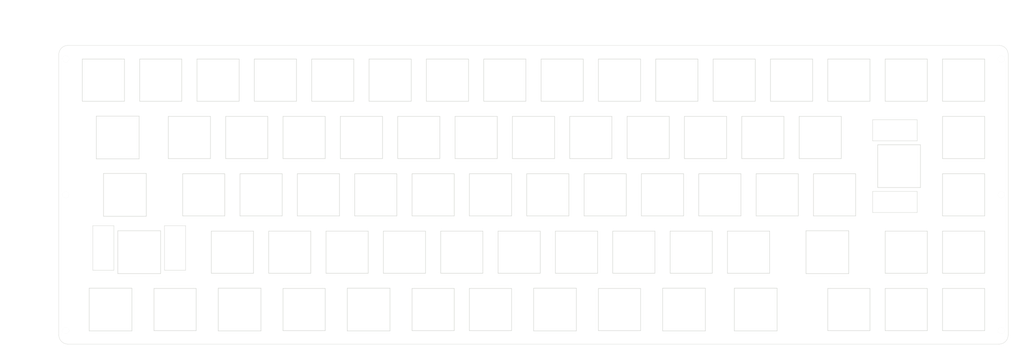
<source format=kicad_pcb>
(kicad_pcb (version 20171130) (host pcbnew "(5.1.5)-3")

  (general
    (thickness 1.6)
    (drawings 54)
    (tracks 0)
    (zones 0)
    (modules 89)
    (nets 1)
  )

  (page A3)
  (layers
    (0 F.Cu signal)
    (31 B.Cu signal)
    (32 B.Adhes user)
    (33 F.Adhes user)
    (34 B.Paste user)
    (35 F.Paste user)
    (36 B.SilkS user)
    (37 F.SilkS user)
    (38 B.Mask user)
    (39 F.Mask user)
    (40 Dwgs.User user)
    (41 Cmts.User user)
    (42 Eco1.User user)
    (43 Eco2.User user)
    (44 Edge.Cuts user)
    (45 Margin user)
    (46 B.CrtYd user)
    (47 F.CrtYd user)
    (48 B.Fab user)
    (49 F.Fab user)
  )

  (setup
    (last_trace_width 0.25)
    (user_trace_width 0.5)
    (user_trace_width 0.5)
    (trace_clearance 0.2)
    (zone_clearance 0.508)
    (zone_45_only no)
    (trace_min 0.2)
    (via_size 0.8)
    (via_drill 0.4)
    (via_min_size 0.4)
    (via_min_drill 0.3)
    (uvia_size 0.3)
    (uvia_drill 0.1)
    (uvias_allowed no)
    (uvia_min_size 0.2)
    (uvia_min_drill 0.1)
    (edge_width 0.1)
    (segment_width 0.2)
    (pcb_text_width 0.3)
    (pcb_text_size 1.5 1.5)
    (mod_edge_width 0.15)
    (mod_text_size 1 1)
    (mod_text_width 0.15)
    (pad_size 2.2 2.2)
    (pad_drill 2.2)
    (pad_to_mask_clearance 0)
    (solder_mask_min_width 0.25)
    (aux_axis_origin 0 0)
    (visible_elements 7FFFFFFF)
    (pcbplotparams
      (layerselection 0x21100_7ffffffe)
      (usegerberextensions true)
      (usegerberattributes false)
      (usegerberadvancedattributes false)
      (creategerberjobfile false)
      (excludeedgelayer true)
      (linewidth 0.100000)
      (plotframeref false)
      (viasonmask false)
      (mode 1)
      (useauxorigin false)
      (hpglpennumber 1)
      (hpglpenspeed 20)
      (hpglpendiameter 15.000000)
      (psnegative false)
      (psa4output false)
      (plotreference true)
      (plotvalue true)
      (plotinvisibletext false)
      (padsonsilk false)
      (subtractmaskfromsilk false)
      (outputformat 4)
      (mirror false)
      (drillshape 0)
      (scaleselection 1)
      (outputdirectory "C:/Users/サリチル酸/Desktop/"))
  )

  (net 0 "")

  (net_class Default "これはデフォルトのネット クラスです。"
    (clearance 0.2)
    (trace_width 0.25)
    (via_dia 0.8)
    (via_drill 0.4)
    (uvia_dia 0.3)
    (uvia_drill 0.1)
  )

  (module kbd_Hole:m2_Screw_Hole_Fab (layer F.Cu) (tedit 60A154F6) (tstamp 60A2FDC4)
    (at 331.825 120.25)
    (descr "Mounting Hole 2.2mm, no annular, M2")
    (tags "mounting hole 2.2mm no annular m2")
    (path /629E70FB)
    (attr virtual)
    (fp_text reference J17 (at 0 -3.2) (layer F.Fab) hide
      (effects (font (size 1 1) (thickness 0.15)))
    )
    (fp_text value Conn_01x01 (at 0 3.2) (layer F.Fab) hide
      (effects (font (size 1 1) (thickness 0.15)))
    )
    (fp_circle (center 0 0) (end 1.1 0) (layer F.Fab) (width 0.01))
    (fp_text user %R (at 0.3 0) (layer F.Fab) hide
      (effects (font (size 1 1) (thickness 0.15)))
    )
  )

  (module kbd_Hole:m2_Screw_Hole_Fab (layer F.Cu) (tedit 60A154F6) (tstamp 60A2FDBE)
    (at 331.825 66.65)
    (descr "Mounting Hole 2.2mm, no annular, M2")
    (tags "mounting hole 2.2mm no annular m2")
    (path /629E70E7)
    (attr virtual)
    (fp_text reference J16 (at 0 -3.2) (layer F.Fab) hide
      (effects (font (size 1 1) (thickness 0.15)))
    )
    (fp_text value Conn_01x01 (at 0 3.2) (layer F.Fab) hide
      (effects (font (size 1 1) (thickness 0.15)))
    )
    (fp_circle (center 0 0) (end 1.1 0) (layer F.Fab) (width 0.01))
    (fp_text user %R (at 0.3 0) (layer F.Fab) hide
      (effects (font (size 1 1) (thickness 0.15)))
    )
  )

  (module kbd_Hole:m2_Screw_Hole_Fab (layer F.Cu) (tedit 60A154F6) (tstamp 60A2FDB8)
    (at 331.825 13.05)
    (descr "Mounting Hole 2.2mm, no annular, M2")
    (tags "mounting hole 2.2mm no annular m2")
    (path /5CC9EE7D)
    (attr virtual)
    (fp_text reference J15 (at 0 -3.2) (layer F.Fab) hide
      (effects (font (size 1 1) (thickness 0.15)))
    )
    (fp_text value Conn_01x01 (at 0 3.2) (layer F.Fab) hide
      (effects (font (size 1 1) (thickness 0.15)))
    )
    (fp_circle (center 0 0) (end 1.1 0) (layer F.Fab) (width 0.01))
    (fp_text user %R (at 0.3 0) (layer F.Fab) hide
      (effects (font (size 1 1) (thickness 0.15)))
    )
  )

  (module kbd_Hole:m2_Screw_Hole_Fab (layer F.Cu) (tedit 60A154F6) (tstamp 60A2FDB2)
    (at 234.325 120.25)
    (descr "Mounting Hole 2.2mm, no annular, M2")
    (tags "mounting hole 2.2mm no annular m2")
    (path /5CC48CD6)
    (attr virtual)
    (fp_text reference J14 (at 0 -3.2) (layer F.Fab) hide
      (effects (font (size 1 1) (thickness 0.15)))
    )
    (fp_text value Conn_01x01 (at 0 3.2) (layer F.Fab) hide
      (effects (font (size 1 1) (thickness 0.15)))
    )
    (fp_circle (center 0 0) (end 1.1 0) (layer F.Fab) (width 0.01))
    (fp_text user %R (at 0.3 0) (layer F.Fab) hide
      (effects (font (size 1 1) (thickness 0.15)))
    )
  )

  (module kbd_Hole:m2_Screw_Hole_Fab (layer F.Cu) (tedit 60A154F6) (tstamp 60A2FDAC)
    (at 108.575 120.25)
    (descr "Mounting Hole 2.2mm, no annular, M2")
    (tags "mounting hole 2.2mm no annular m2")
    (path /629102FD)
    (attr virtual)
    (fp_text reference J13 (at 0 -3.2) (layer F.Fab) hide
      (effects (font (size 1 1) (thickness 0.15)))
    )
    (fp_text value Conn_01x01 (at 0 3.2) (layer F.Fab) hide
      (effects (font (size 1 1) (thickness 0.15)))
    )
    (fp_circle (center 0 0) (end 1.1 0) (layer F.Fab) (width 0.01))
    (fp_text user %R (at 0.3 0) (layer F.Fab) hide
      (effects (font (size 1 1) (thickness 0.15)))
    )
  )

  (module kbd_Hole:m2_Screw_Hole_Fab (layer F.Cu) (tedit 60A154F6) (tstamp 60A2FDA6)
    (at 234.325 13.05)
    (descr "Mounting Hole 2.2mm, no annular, M2")
    (tags "mounting hole 2.2mm no annular m2")
    (path /629102E9)
    (attr virtual)
    (fp_text reference J12 (at 0 -3.2) (layer F.Fab) hide
      (effects (font (size 1 1) (thickness 0.15)))
    )
    (fp_text value Conn_01x01 (at 0 3.2) (layer F.Fab) hide
      (effects (font (size 1 1) (thickness 0.15)))
    )
    (fp_circle (center 0 0) (end 1.1 0) (layer F.Fab) (width 0.01))
    (fp_text user %R (at 0.3 0) (layer F.Fab) hide
      (effects (font (size 1 1) (thickness 0.15)))
    )
  )

  (module kbd_Hole:m2_Screw_Hole_Fab (layer F.Cu) (tedit 60A154F6) (tstamp 60A2FDA0)
    (at 108.575 13.05)
    (descr "Mounting Hole 2.2mm, no annular, M2")
    (tags "mounting hole 2.2mm no annular m2")
    (path /64540392)
    (attr virtual)
    (fp_text reference J11 (at 0 -3.2) (layer F.Fab) hide
      (effects (font (size 1 1) (thickness 0.15)))
    )
    (fp_text value Conn_01x01 (at 0 3.2) (layer F.Fab) hide
      (effects (font (size 1 1) (thickness 0.15)))
    )
    (fp_circle (center 0 0) (end 1.1 0) (layer F.Fab) (width 0.01))
    (fp_text user %R (at 0.3 0) (layer F.Fab) hide
      (effects (font (size 1 1) (thickness 0.15)))
    )
  )

  (module kbd_Hole:m2_Screw_Hole_Fab (layer F.Cu) (tedit 60A154F6) (tstamp 60A2FD9A)
    (at 11.075 120.25)
    (descr "Mounting Hole 2.2mm, no annular, M2")
    (tags "mounting hole 2.2mm no annular m2")
    (path /6454037E)
    (attr virtual)
    (fp_text reference J10 (at 0 -3.2) (layer F.Fab) hide
      (effects (font (size 1 1) (thickness 0.15)))
    )
    (fp_text value Conn_01x01 (at 0 3.2) (layer F.Fab) hide
      (effects (font (size 1 1) (thickness 0.15)))
    )
    (fp_circle (center 0 0) (end 1.1 0) (layer F.Fab) (width 0.01))
    (fp_text user %R (at 0.3 0) (layer F.Fab) hide
      (effects (font (size 1 1) (thickness 0.15)))
    )
  )

  (module kbd_Hole:m2_Screw_Hole_Fab (layer F.Cu) (tedit 60A154F6) (tstamp 60A2FD94)
    (at 11.075 66.65)
    (descr "Mounting Hole 2.2mm, no annular, M2")
    (tags "mounting hole 2.2mm no annular m2")
    (path /629E7105)
    (attr virtual)
    (fp_text reference J9 (at 0 -3.2) (layer F.Fab) hide
      (effects (font (size 1 1) (thickness 0.15)))
    )
    (fp_text value Conn_01x01 (at 0 3.2) (layer F.Fab) hide
      (effects (font (size 1 1) (thickness 0.15)))
    )
    (fp_circle (center 0 0) (end 1.1 0) (layer F.Fab) (width 0.01))
    (fp_text user %R (at 0.3 0) (layer F.Fab) hide
      (effects (font (size 1 1) (thickness 0.15)))
    )
  )

  (module kbd_Hole:m2_Screw_Hole_Fab (layer F.Cu) (tedit 60A154F6) (tstamp 60A2FD8E)
    (at 11.075 13.05)
    (descr "Mounting Hole 2.2mm, no annular, M2")
    (tags "mounting hole 2.2mm no annular m2")
    (path /629E70F1)
    (attr virtual)
    (fp_text reference J8 (at 0 -3.2) (layer F.Fab) hide
      (effects (font (size 1 1) (thickness 0.15)))
    )
    (fp_text value Conn_01x01 (at 0 3.2) (layer F.Fab) hide
      (effects (font (size 1 1) (thickness 0.15)))
    )
    (fp_circle (center 0 0) (end 1.1 0) (layer F.Fab) (width 0.01))
    (fp_text user %R (at 0.3 0) (layer F.Fab) hide
      (effects (font (size 1 1) (thickness 0.15)))
    )
  )

  (module kbd_Hole:m2_Screw_Hole_EdgeCuts (layer F.Cu) (tedit 5DA73E67) (tstamp 60A2FD88)
    (at 326.825 111.75)
    (descr "Mounting Hole 2.2mm, no annular, M2")
    (tags "mounting hole 2.2mm no annular m2")
    (path /5CC9EE92)
    (attr virtual)
    (fp_text reference J7 (at 0 -3.2) (layer F.Fab) hide
      (effects (font (size 1 1) (thickness 0.15)))
    )
    (fp_text value Conn_01x01 (at 0 3.2) (layer F.Fab) hide
      (effects (font (size 1 1) (thickness 0.15)))
    )
    (fp_circle (center 0 0) (end 1.1 0) (layer Edge.Cuts) (width 0.01))
    (fp_text user %R (at 0.3 0) (layer F.Fab) hide
      (effects (font (size 1 1) (thickness 0.15)))
    )
  )

  (module kbd_Hole:m2_Screw_Hole_EdgeCuts (layer F.Cu) (tedit 5DA73E67) (tstamp 60A2FD82)
    (at 326.825 66.65)
    (descr "Mounting Hole 2.2mm, no annular, M2")
    (tags "mounting hole 2.2mm no annular m2")
    (path /5CC48CEB)
    (attr virtual)
    (fp_text reference J6 (at 0 -3.2) (layer F.Fab) hide
      (effects (font (size 1 1) (thickness 0.15)))
    )
    (fp_text value Conn_01x01 (at 0 3.2) (layer F.Fab) hide
      (effects (font (size 1 1) (thickness 0.15)))
    )
    (fp_circle (center 0 0) (end 1.1 0) (layer Edge.Cuts) (width 0.01))
    (fp_text user %R (at 0.3 0) (layer F.Fab) hide
      (effects (font (size 1 1) (thickness 0.15)))
    )
  )

  (module kbd_Hole:m2_Screw_Hole_EdgeCuts (layer F.Cu) (tedit 5DA73E67) (tstamp 60A2FD7C)
    (at 326.825 21.55)
    (descr "Mounting Hole 2.2mm, no annular, M2")
    (tags "mounting hole 2.2mm no annular m2")
    (path /6291030E)
    (attr virtual)
    (fp_text reference J5 (at 0 -3.2) (layer F.Fab) hide
      (effects (font (size 1 1) (thickness 0.15)))
    )
    (fp_text value Conn_01x01 (at 0 3.2) (layer F.Fab) hide
      (effects (font (size 1 1) (thickness 0.15)))
    )
    (fp_circle (center 0 0) (end 1.1 0) (layer Edge.Cuts) (width 0.01))
    (fp_text user %R (at 0.3 0) (layer F.Fab) hide
      (effects (font (size 1 1) (thickness 0.15)))
    )
  )

  (module kbd_Hole:m2_Screw_Hole_EdgeCuts (layer F.Cu) (tedit 5DA73E67) (tstamp 60A2FD76)
    (at 16.075 111.75)
    (descr "Mounting Hole 2.2mm, no annular, M2")
    (tags "mounting hole 2.2mm no annular m2")
    (path /629102F3)
    (attr virtual)
    (fp_text reference J4 (at 0 -3.2) (layer F.Fab) hide
      (effects (font (size 1 1) (thickness 0.15)))
    )
    (fp_text value Conn_01x01 (at 0 3.2) (layer F.Fab) hide
      (effects (font (size 1 1) (thickness 0.15)))
    )
    (fp_circle (center 0 0) (end 1.1 0) (layer Edge.Cuts) (width 0.01))
    (fp_text user %R (at 0.3 0) (layer F.Fab) hide
      (effects (font (size 1 1) (thickness 0.15)))
    )
  )

  (module kbd_Hole:m2_Screw_Hole_EdgeCuts (layer F.Cu) (tedit 5DA73E67) (tstamp 60A2FD70)
    (at 16.075 66.65)
    (descr "Mounting Hole 2.2mm, no annular, M2")
    (tags "mounting hole 2.2mm no annular m2")
    (path /6454039C)
    (attr virtual)
    (fp_text reference J3 (at 0 -3.2) (layer F.Fab) hide
      (effects (font (size 1 1) (thickness 0.15)))
    )
    (fp_text value Conn_01x01 (at 0 3.2) (layer F.Fab) hide
      (effects (font (size 1 1) (thickness 0.15)))
    )
    (fp_circle (center 0 0) (end 1.1 0) (layer Edge.Cuts) (width 0.01))
    (fp_text user %R (at 0.3 0) (layer F.Fab) hide
      (effects (font (size 1 1) (thickness 0.15)))
    )
  )

  (module kbd_Hole:m2_Screw_Hole_EdgeCuts (layer F.Cu) (tedit 5DA73E67) (tstamp 60A2FD6A)
    (at 16.075 21.55)
    (descr "Mounting Hole 2.2mm, no annular, M2")
    (tags "mounting hole 2.2mm no annular m2")
    (path /64540388)
    (attr virtual)
    (fp_text reference J2 (at 0 -3.2) (layer F.Fab) hide
      (effects (font (size 1 1) (thickness 0.15)))
    )
    (fp_text value Conn_01x01 (at 0 3.2) (layer F.Fab) hide
      (effects (font (size 1 1) (thickness 0.15)))
    )
    (fp_circle (center 0 0) (end 1.1 0) (layer Edge.Cuts) (width 0.01))
    (fp_text user %R (at 0.3 0) (layer F.Fab) hide
      (effects (font (size 1 1) (thickness 0.15)))
    )
  )

  (module kbd_SW_Hole:SW_Hole_2 (layer F.Cu) (tedit 60C76420) (tstamp 60A297C8)
    (at 292.89375 57.15 270)
    (fp_text reference SW4 (at 7 8.1 90) (layer Edge.Cuts) hide
      (effects (font (size 1 1) (thickness 0.15)))
    )
    (fp_text value KEY_SWITCH (at -7.4 -8.1 90) (layer F.Fab) hide
      (effects (font (size 1 1) (thickness 0.15)))
    )
    (fp_line (start -15.4 -6) (end -8.4 -6) (layer Edge.Cuts) (width 0.12))
    (fp_line (start -15.4 8.8) (end -15.4 -6) (layer Edge.Cuts) (width 0.12))
    (fp_line (start -8.4 8.8) (end -15.4 8.8) (layer Edge.Cuts) (width 0.12))
    (fp_line (start -8.4 -6) (end -8.4 8.8) (layer Edge.Cuts) (width 0.12))
    (fp_line (start 15.4 -6) (end 8.4 -6) (layer Edge.Cuts) (width 0.12))
    (fp_line (start 15.4 8.8) (end 15.4 -6) (layer Edge.Cuts) (width 0.12))
    (fp_line (start 8.4 8.8) (end 15.4 8.8) (layer Edge.Cuts) (width 0.12))
    (fp_line (start 8.4 -6) (end 8.4 8.8) (layer Edge.Cuts) (width 0.12))
    (fp_line (start -7.1 -7.1) (end 7.1 -7.1) (layer Edge.Cuts) (width 0.15))
    (fp_line (start 7.1 -7.1) (end 7.1 7.1) (layer Edge.Cuts) (width 0.15))
    (fp_line (start 7.1 7.1) (end -7.1 7.1) (layer Edge.Cuts) (width 0.15))
    (fp_line (start -7.1 7.1) (end -7.1 -7.1) (layer Edge.Cuts) (width 0.15))
    (fp_line (start 19.05 -9.525) (end -19.05 -9.525) (layer F.Fab) (width 0.15))
    (fp_line (start -19.05 -9.525) (end -19.05 9.525) (layer F.Fab) (width 0.15))
    (fp_line (start -19.05 9.525) (end 19.05 9.525) (layer F.Fab) (width 0.15))
    (fp_line (start 19.05 9.525) (end 19.05 -9.525) (layer F.Fab) (width 0.15))
  )

  (module kbd_SW_Hole:SW_Hole_2.25 (layer F.Cu) (tedit 60C758EF) (tstamp 60A290EB)
    (at 40.48125 85.725 180)
    (fp_text reference SW4 (at 7 8.1) (layer Edge.Cuts) hide
      (effects (font (size 1 1) (thickness 0.15)))
    )
    (fp_text value KEY_SWITCH (at -7.4 -8.1) (layer F.Fab) hide
      (effects (font (size 1 1) (thickness 0.15)))
    )
    (fp_line (start -15.4 -6) (end -8.4 -6) (layer Edge.Cuts) (width 0.12))
    (fp_line (start -15.4 8.8) (end -15.4 -6) (layer Edge.Cuts) (width 0.12))
    (fp_line (start -8.4 8.8) (end -15.4 8.8) (layer Edge.Cuts) (width 0.12))
    (fp_line (start -8.4 -6) (end -8.4 8.8) (layer Edge.Cuts) (width 0.12))
    (fp_line (start 15.4 -6) (end 8.4 -6) (layer Edge.Cuts) (width 0.12))
    (fp_line (start 15.4 8.8) (end 15.4 -6) (layer Edge.Cuts) (width 0.12))
    (fp_line (start 8.4 8.8) (end 15.4 8.8) (layer Edge.Cuts) (width 0.12))
    (fp_line (start 8.4 -6) (end 8.4 8.8) (layer Edge.Cuts) (width 0.12))
    (fp_line (start -7.1 -7.1) (end 7.1 -7.1) (layer Edge.Cuts) (width 0.15))
    (fp_line (start 7.1 -7.1) (end 7.1 7.1) (layer Edge.Cuts) (width 0.15))
    (fp_line (start 7.1 7.1) (end -7.1 7.1) (layer Edge.Cuts) (width 0.15))
    (fp_line (start -7.1 7.1) (end -7.1 -7.1) (layer Edge.Cuts) (width 0.15))
    (fp_line (start 21.43125 -9.525) (end -21.43125 -9.525) (layer F.Fab) (width 0.15))
    (fp_line (start -21.43125 -9.525) (end -21.43125 9.525) (layer F.Fab) (width 0.15))
    (fp_line (start -21.43125 9.525) (end 21.43125 9.525) (layer F.Fab) (width 0.15))
    (fp_line (start 21.43125 9.525) (end 21.43125 -9.525) (layer F.Fab) (width 0.15))
  )

  (module kbd_SW_Hole:SW_Hole_1.25 (layer F.Cu) (tedit 60C7589E) (tstamp 60A299D0)
    (at 221.45625 104.775)
    (path /5C6AB630)
    (fp_text reference SW5 (at 7 8.1) (layer F.SilkS) hide
      (effects (font (size 1 1) (thickness 0.15)))
    )
    (fp_text value SW_PUSH (at -7.4 -8.1) (layer F.Fab) hide
      (effects (font (size 1 1) (thickness 0.15)))
    )
    (fp_line (start -7.1 -7.1) (end 7.1 -7.1) (layer Edge.Cuts) (width 0.15))
    (fp_line (start 7.1 -7.1) (end 7.1 7.1) (layer Edge.Cuts) (width 0.15))
    (fp_line (start 7.1 7.1) (end -7.1 7.1) (layer Edge.Cuts) (width 0.15))
    (fp_line (start -7.1 7.1) (end -7.1 -7.1) (layer Edge.Cuts) (width 0.15))
    (fp_line (start 11.90625 -9.525) (end -11.90625 -9.525) (layer F.Fab) (width 0.15))
    (fp_line (start -11.90625 -9.525) (end -11.90625 9.525) (layer F.Fab) (width 0.15))
    (fp_line (start -11.90625 9.525) (end 11.90625 9.525) (layer F.Fab) (width 0.15))
    (fp_line (start 11.90625 9.525) (end 11.90625 -9.525) (layer F.Fab) (width 0.15))
  )

  (module kbd_SW_Hole:SW_Hole_1.25 (layer F.Cu) (tedit 60C7589E) (tstamp 60A299BA)
    (at 245.26875 104.775)
    (path /5C6AB630)
    (fp_text reference SW5 (at 7 8.1) (layer F.SilkS) hide
      (effects (font (size 1 1) (thickness 0.15)))
    )
    (fp_text value SW_PUSH (at -7.4 -8.1) (layer F.Fab) hide
      (effects (font (size 1 1) (thickness 0.15)))
    )
    (fp_line (start -7.1 -7.1) (end 7.1 -7.1) (layer Edge.Cuts) (width 0.15))
    (fp_line (start 7.1 -7.1) (end 7.1 7.1) (layer Edge.Cuts) (width 0.15))
    (fp_line (start 7.1 7.1) (end -7.1 7.1) (layer Edge.Cuts) (width 0.15))
    (fp_line (start -7.1 7.1) (end -7.1 -7.1) (layer Edge.Cuts) (width 0.15))
    (fp_line (start 11.90625 -9.525) (end -11.90625 -9.525) (layer F.Fab) (width 0.15))
    (fp_line (start -11.90625 -9.525) (end -11.90625 9.525) (layer F.Fab) (width 0.15))
    (fp_line (start -11.90625 9.525) (end 11.90625 9.525) (layer F.Fab) (width 0.15))
    (fp_line (start 11.90625 9.525) (end 11.90625 -9.525) (layer F.Fab) (width 0.15))
  )

  (module kbd_SW_Hole:SW_Hole_1.25 (layer F.Cu) (tedit 60C7589E) (tstamp 60A299A4)
    (at 178.59375 104.775)
    (path /5C6AB630)
    (fp_text reference SW5 (at 7 8.1) (layer F.SilkS) hide
      (effects (font (size 1 1) (thickness 0.15)))
    )
    (fp_text value SW_PUSH (at -7.4 -8.1) (layer F.Fab) hide
      (effects (font (size 1 1) (thickness 0.15)))
    )
    (fp_line (start -7.1 -7.1) (end 7.1 -7.1) (layer Edge.Cuts) (width 0.15))
    (fp_line (start 7.1 -7.1) (end 7.1 7.1) (layer Edge.Cuts) (width 0.15))
    (fp_line (start 7.1 7.1) (end -7.1 7.1) (layer Edge.Cuts) (width 0.15))
    (fp_line (start -7.1 7.1) (end -7.1 -7.1) (layer Edge.Cuts) (width 0.15))
    (fp_line (start 11.90625 -9.525) (end -11.90625 -9.525) (layer F.Fab) (width 0.15))
    (fp_line (start -11.90625 -9.525) (end -11.90625 9.525) (layer F.Fab) (width 0.15))
    (fp_line (start -11.90625 9.525) (end 11.90625 9.525) (layer F.Fab) (width 0.15))
    (fp_line (start 11.90625 9.525) (end 11.90625 -9.525) (layer F.Fab) (width 0.15))
  )

  (module kbd_SW_Hole:SW_Hole_1.25 (layer F.Cu) (tedit 60C7589E) (tstamp 60524BCB)
    (at 30.95625 104.775)
    (path /5CAAE83E)
    (fp_text reference SW7 (at 7 8.1) (layer F.SilkS) hide
      (effects (font (size 1 1) (thickness 0.15)))
    )
    (fp_text value SW_PUSH (at -7.4 -8.1) (layer F.Fab) hide
      (effects (font (size 1 1) (thickness 0.15)))
    )
    (fp_line (start -7.1 -7.1) (end 7.1 -7.1) (layer Edge.Cuts) (width 0.15))
    (fp_line (start 7.1 -7.1) (end 7.1 7.1) (layer Edge.Cuts) (width 0.15))
    (fp_line (start 7.1 7.1) (end -7.1 7.1) (layer Edge.Cuts) (width 0.15))
    (fp_line (start -7.1 7.1) (end -7.1 -7.1) (layer Edge.Cuts) (width 0.15))
    (fp_line (start 11.90625 -9.525) (end -11.90625 -9.525) (layer F.Fab) (width 0.15))
    (fp_line (start -11.90625 -9.525) (end -11.90625 9.525) (layer F.Fab) (width 0.15))
    (fp_line (start -11.90625 9.525) (end 11.90625 9.525) (layer F.Fab) (width 0.15))
    (fp_line (start 11.90625 9.525) (end 11.90625 -9.525) (layer F.Fab) (width 0.15))
  )

  (module kbd_SW_Hole:SW_Hole_1.25 (layer F.Cu) (tedit 60C7589E) (tstamp 5CB90BF3)
    (at 73.81875 104.775)
    (path /5CAAE83E)
    (fp_text reference SW7 (at 7 8.1) (layer F.SilkS) hide
      (effects (font (size 1 1) (thickness 0.15)))
    )
    (fp_text value SW_PUSH (at -7.4 -8.1) (layer F.Fab) hide
      (effects (font (size 1 1) (thickness 0.15)))
    )
    (fp_line (start -7.1 -7.1) (end 7.1 -7.1) (layer Edge.Cuts) (width 0.15))
    (fp_line (start 7.1 -7.1) (end 7.1 7.1) (layer Edge.Cuts) (width 0.15))
    (fp_line (start 7.1 7.1) (end -7.1 7.1) (layer Edge.Cuts) (width 0.15))
    (fp_line (start -7.1 7.1) (end -7.1 -7.1) (layer Edge.Cuts) (width 0.15))
    (fp_line (start 11.90625 -9.525) (end -11.90625 -9.525) (layer F.Fab) (width 0.15))
    (fp_line (start -11.90625 -9.525) (end -11.90625 9.525) (layer F.Fab) (width 0.15))
    (fp_line (start -11.90625 9.525) (end 11.90625 9.525) (layer F.Fab) (width 0.15))
    (fp_line (start 11.90625 9.525) (end 11.90625 -9.525) (layer F.Fab) (width 0.15))
  )

  (module kbd_SW_Hole:SW_Hole_1.25 (layer F.Cu) (tedit 60C7589E) (tstamp 5CB90C09)
    (at 116.68125 104.775)
    (path /5C6AB630)
    (fp_text reference SW5 (at 7 8.1) (layer F.SilkS) hide
      (effects (font (size 1 1) (thickness 0.15)))
    )
    (fp_text value SW_PUSH (at -7.4 -8.1) (layer F.Fab) hide
      (effects (font (size 1 1) (thickness 0.15)))
    )
    (fp_line (start -7.1 -7.1) (end 7.1 -7.1) (layer Edge.Cuts) (width 0.15))
    (fp_line (start 7.1 -7.1) (end 7.1 7.1) (layer Edge.Cuts) (width 0.15))
    (fp_line (start 7.1 7.1) (end -7.1 7.1) (layer Edge.Cuts) (width 0.15))
    (fp_line (start -7.1 7.1) (end -7.1 -7.1) (layer Edge.Cuts) (width 0.15))
    (fp_line (start 11.90625 -9.525) (end -11.90625 -9.525) (layer F.Fab) (width 0.15))
    (fp_line (start -11.90625 -9.525) (end -11.90625 9.525) (layer F.Fab) (width 0.15))
    (fp_line (start -11.90625 9.525) (end 11.90625 9.525) (layer F.Fab) (width 0.15))
    (fp_line (start 11.90625 9.525) (end 11.90625 -9.525) (layer F.Fab) (width 0.15))
  )

  (module kbd_SW_Hole:SW_Hole_1.75 (layer F.Cu) (tedit 60C758C9) (tstamp 60A296AC)
    (at 269.08125 85.725)
    (path /5C3DCEFA)
    (fp_text reference SW8 (at 7 8.1) (layer F.SilkS) hide
      (effects (font (size 1 1) (thickness 0.15)))
    )
    (fp_text value SW_PUSH (at -7.4 -8.1) (layer F.Fab) hide
      (effects (font (size 1 1) (thickness 0.15)))
    )
    (fp_line (start -7.1 -7.1) (end 7.1 -7.1) (layer Edge.Cuts) (width 0.15))
    (fp_line (start 7.1 -7.1) (end 7.1 7.1) (layer Edge.Cuts) (width 0.15))
    (fp_line (start 7.1 7.1) (end -7.1 7.1) (layer Edge.Cuts) (width 0.15))
    (fp_line (start -7.1 7.1) (end -7.1 -7.1) (layer Edge.Cuts) (width 0.15))
    (fp_line (start 16.66875 -9.525) (end -16.66875 -9.525) (layer F.Fab) (width 0.15))
    (fp_line (start -16.66875 -9.525) (end -16.66875 9.525) (layer F.Fab) (width 0.15))
    (fp_line (start -16.66875 9.525) (end 16.66875 9.525) (layer F.Fab) (width 0.15))
    (fp_line (start 16.66875 9.525) (end 16.66875 -9.525) (layer F.Fab) (width 0.15))
  )

  (module kbd_SW_Hole:SW_Hole_1.75 (layer F.Cu) (tedit 60C758C9) (tstamp 5CF70F1B)
    (at 35.71875 66.675)
    (path /5CAAE847)
    (fp_text reference SW3 (at 7 8.1) (layer Edge.Cuts) hide
      (effects (font (size 1 1) (thickness 0.15)))
    )
    (fp_text value SW_PUSH (at -7.4 -8.1) (layer F.Fab) hide
      (effects (font (size 1 1) (thickness 0.15)))
    )
    (fp_line (start -7.1 -7.1) (end 7.1 -7.1) (layer Edge.Cuts) (width 0.15))
    (fp_line (start 7.1 -7.1) (end 7.1 7.1) (layer Edge.Cuts) (width 0.15))
    (fp_line (start 7.1 7.1) (end -7.1 7.1) (layer Edge.Cuts) (width 0.15))
    (fp_line (start -7.1 7.1) (end -7.1 -7.1) (layer Edge.Cuts) (width 0.15))
    (fp_line (start 16.66875 -9.525) (end -16.66875 -9.525) (layer F.Fab) (width 0.15))
    (fp_line (start -16.66875 -9.525) (end -16.66875 9.525) (layer F.Fab) (width 0.15))
    (fp_line (start -16.66875 9.525) (end 16.66875 9.525) (layer F.Fab) (width 0.15))
    (fp_line (start 16.66875 9.525) (end 16.66875 -9.525) (layer F.Fab) (width 0.15))
  )

  (module kbd_SW_Hole:SW_Hole_1.5 (layer F.Cu) (tedit 60C75873) (tstamp 60A28FB7)
    (at 33.3375 47.625)
    (fp_text reference SW2 (at 7 8.1) (layer F.SilkS) hide
      (effects (font (size 1 1) (thickness 0.15)))
    )
    (fp_text value KEY_SWITCH (at -7.4 -8.1) (layer F.Fab) hide
      (effects (font (size 1 1) (thickness 0.15)))
    )
    (fp_line (start -7.1 -7.1) (end 7.1 -7.1) (layer Edge.Cuts) (width 0.15))
    (fp_line (start 7.1 -7.1) (end 7.1 7.1) (layer Edge.Cuts) (width 0.15))
    (fp_line (start 7.1 7.1) (end -7.1 7.1) (layer Edge.Cuts) (width 0.15))
    (fp_line (start -7.1 7.1) (end -7.1 -7.1) (layer Edge.Cuts) (width 0.15))
    (fp_line (start 14.2875 -9.525) (end -14.2875 -9.525) (layer F.Fab) (width 0.15))
    (fp_line (start -14.2875 -9.525) (end -14.2875 9.525) (layer F.Fab) (width 0.15))
    (fp_line (start -14.2875 9.525) (end 14.2875 9.525) (layer F.Fab) (width 0.15))
    (fp_line (start 14.2875 9.525) (end 14.2875 -9.525) (layer F.Fab) (width 0.15))
  )

  (module kbd_SW_Hole:SW_Hole (layer F.Cu) (tedit 5CB3579A) (tstamp 60A299F2)
    (at 200.025 104.775)
    (path /5C3DCEFA)
    (fp_text reference SW8 (at 7 8.1) (layer F.SilkS) hide
      (effects (font (size 1 1) (thickness 0.15)))
    )
    (fp_text value SW_PUSH (at -7.4 -8.1) (layer F.Fab) hide
      (effects (font (size 1 1) (thickness 0.15)))
    )
    (fp_line (start -7 -7) (end 7 -7) (layer Edge.Cuts) (width 0.15))
    (fp_line (start 7 -7) (end 7 7) (layer Edge.Cuts) (width 0.15))
    (fp_line (start 7 7) (end -7 7) (layer Edge.Cuts) (width 0.15))
    (fp_line (start -7 7) (end -7 -7) (layer Edge.Cuts) (width 0.15))
    (fp_line (start 9.525 -9.525) (end -9.525 -9.525) (layer F.Fab) (width 0.15))
    (fp_line (start -9.525 -9.525) (end -9.525 9.525) (layer F.Fab) (width 0.15))
    (fp_line (start -9.525 9.525) (end 9.525 9.525) (layer F.Fab) (width 0.15))
    (fp_line (start 9.525 9.525) (end 9.525 -9.525) (layer F.Fab) (width 0.15))
  )

  (module kbd_SW_Hole:SW_Hole (layer F.Cu) (tedit 5CB3579A) (tstamp 60A29976)
    (at 138.1125 104.775)
    (path /5C3DCEFA)
    (fp_text reference SW8 (at 7 8.1) (layer F.SilkS) hide
      (effects (font (size 1 1) (thickness 0.15)))
    )
    (fp_text value SW_PUSH (at -7.4 -8.1) (layer F.Fab) hide
      (effects (font (size 1 1) (thickness 0.15)))
    )
    (fp_line (start -7 -7) (end 7 -7) (layer Edge.Cuts) (width 0.15))
    (fp_line (start 7 -7) (end 7 7) (layer Edge.Cuts) (width 0.15))
    (fp_line (start 7 7) (end -7 7) (layer Edge.Cuts) (width 0.15))
    (fp_line (start -7 7) (end -7 -7) (layer Edge.Cuts) (width 0.15))
    (fp_line (start 9.525 -9.525) (end -9.525 -9.525) (layer F.Fab) (width 0.15))
    (fp_line (start -9.525 -9.525) (end -9.525 9.525) (layer F.Fab) (width 0.15))
    (fp_line (start -9.525 9.525) (end 9.525 9.525) (layer F.Fab) (width 0.15))
    (fp_line (start 9.525 9.525) (end 9.525 -9.525) (layer F.Fab) (width 0.15))
  )

  (module kbd_SW_Hole:SW_Hole (layer F.Cu) (tedit 5CB3579A) (tstamp 60A2996B)
    (at 157.1625 104.775)
    (path /5C3DCEFA)
    (fp_text reference SW8 (at 7 8.1) (layer F.SilkS) hide
      (effects (font (size 1 1) (thickness 0.15)))
    )
    (fp_text value SW_PUSH (at -7.4 -8.1) (layer F.Fab) hide
      (effects (font (size 1 1) (thickness 0.15)))
    )
    (fp_line (start -7 -7) (end 7 -7) (layer Edge.Cuts) (width 0.15))
    (fp_line (start 7 -7) (end 7 7) (layer Edge.Cuts) (width 0.15))
    (fp_line (start 7 7) (end -7 7) (layer Edge.Cuts) (width 0.15))
    (fp_line (start -7 7) (end -7 -7) (layer Edge.Cuts) (width 0.15))
    (fp_line (start 9.525 -9.525) (end -9.525 -9.525) (layer F.Fab) (width 0.15))
    (fp_line (start -9.525 -9.525) (end -9.525 9.525) (layer F.Fab) (width 0.15))
    (fp_line (start -9.525 9.525) (end 9.525 9.525) (layer F.Fab) (width 0.15))
    (fp_line (start 9.525 9.525) (end 9.525 -9.525) (layer F.Fab) (width 0.15))
  )

  (module kbd_SW_Hole:SW_Hole (layer F.Cu) (tedit 5CB3579A) (tstamp 60A2993F)
    (at 295.275 104.775)
    (path /5C3DCEFA)
    (fp_text reference SW8 (at 7 8.1) (layer F.SilkS) hide
      (effects (font (size 1 1) (thickness 0.15)))
    )
    (fp_text value SW_PUSH (at -7.4 -8.1) (layer F.Fab) hide
      (effects (font (size 1 1) (thickness 0.15)))
    )
    (fp_line (start -7 -7) (end 7 -7) (layer Edge.Cuts) (width 0.15))
    (fp_line (start 7 -7) (end 7 7) (layer Edge.Cuts) (width 0.15))
    (fp_line (start 7 7) (end -7 7) (layer Edge.Cuts) (width 0.15))
    (fp_line (start -7 7) (end -7 -7) (layer Edge.Cuts) (width 0.15))
    (fp_line (start 9.525 -9.525) (end -9.525 -9.525) (layer F.Fab) (width 0.15))
    (fp_line (start -9.525 -9.525) (end -9.525 9.525) (layer F.Fab) (width 0.15))
    (fp_line (start -9.525 9.525) (end 9.525 9.525) (layer F.Fab) (width 0.15))
    (fp_line (start 9.525 9.525) (end 9.525 -9.525) (layer F.Fab) (width 0.15))
  )

  (module kbd_SW_Hole:SW_Hole (layer F.Cu) (tedit 5CB3579A) (tstamp 60A29934)
    (at 314.325 104.775)
    (path /5C3DCEFA)
    (fp_text reference SW8 (at 7 8.1) (layer F.SilkS) hide
      (effects (font (size 1 1) (thickness 0.15)))
    )
    (fp_text value SW_PUSH (at -7.4 -8.1) (layer F.Fab) hide
      (effects (font (size 1 1) (thickness 0.15)))
    )
    (fp_line (start -7 -7) (end 7 -7) (layer Edge.Cuts) (width 0.15))
    (fp_line (start 7 -7) (end 7 7) (layer Edge.Cuts) (width 0.15))
    (fp_line (start 7 7) (end -7 7) (layer Edge.Cuts) (width 0.15))
    (fp_line (start -7 7) (end -7 -7) (layer Edge.Cuts) (width 0.15))
    (fp_line (start 9.525 -9.525) (end -9.525 -9.525) (layer F.Fab) (width 0.15))
    (fp_line (start -9.525 -9.525) (end -9.525 9.525) (layer F.Fab) (width 0.15))
    (fp_line (start -9.525 9.525) (end 9.525 9.525) (layer F.Fab) (width 0.15))
    (fp_line (start 9.525 9.525) (end 9.525 -9.525) (layer F.Fab) (width 0.15))
  )

  (module kbd_SW_Hole:SW_Hole (layer F.Cu) (tedit 5CB3579A) (tstamp 60A29929)
    (at 276.225 104.775)
    (path /5C3DCEFA)
    (fp_text reference SW8 (at 7 8.1) (layer F.SilkS) hide
      (effects (font (size 1 1) (thickness 0.15)))
    )
    (fp_text value SW_PUSH (at -7.4 -8.1) (layer F.Fab) hide
      (effects (font (size 1 1) (thickness 0.15)))
    )
    (fp_line (start -7 -7) (end 7 -7) (layer Edge.Cuts) (width 0.15))
    (fp_line (start 7 -7) (end 7 7) (layer Edge.Cuts) (width 0.15))
    (fp_line (start 7 7) (end -7 7) (layer Edge.Cuts) (width 0.15))
    (fp_line (start -7 7) (end -7 -7) (layer Edge.Cuts) (width 0.15))
    (fp_line (start 9.525 -9.525) (end -9.525 -9.525) (layer F.Fab) (width 0.15))
    (fp_line (start -9.525 -9.525) (end -9.525 9.525) (layer F.Fab) (width 0.15))
    (fp_line (start -9.525 9.525) (end 9.525 9.525) (layer F.Fab) (width 0.15))
    (fp_line (start 9.525 9.525) (end 9.525 -9.525) (layer F.Fab) (width 0.15))
  )

  (module kbd_SW_Hole:SW_Hole (layer F.Cu) (tedit 5CB3579A) (tstamp 60A298E0)
    (at 276.225 28.575)
    (path /5C3DCE96)
    (fp_text reference SW4 (at 7 8.1) (layer F.SilkS) hide
      (effects (font (size 1 1) (thickness 0.15)))
    )
    (fp_text value SW_PUSH (at -7.4 -8.1) (layer F.Fab) hide
      (effects (font (size 1 1) (thickness 0.15)))
    )
    (fp_line (start -7 -7) (end 7 -7) (layer Edge.Cuts) (width 0.15))
    (fp_line (start 7 -7) (end 7 7) (layer Edge.Cuts) (width 0.15))
    (fp_line (start 7 7) (end -7 7) (layer Edge.Cuts) (width 0.15))
    (fp_line (start -7 7) (end -7 -7) (layer Edge.Cuts) (width 0.15))
    (fp_line (start 9.525 -9.525) (end -9.525 -9.525) (layer F.Fab) (width 0.15))
    (fp_line (start -9.525 -9.525) (end -9.525 9.525) (layer F.Fab) (width 0.15))
    (fp_line (start -9.525 9.525) (end 9.525 9.525) (layer F.Fab) (width 0.15))
    (fp_line (start 9.525 9.525) (end 9.525 -9.525) (layer F.Fab) (width 0.15))
  )

  (module kbd_SW_Hole:SW_Hole (layer F.Cu) (tedit 5CB3579A) (tstamp 60A298D5)
    (at 295.275 28.575)
    (path /5C3DCE96)
    (fp_text reference SW4 (at 7 8.1) (layer F.SilkS) hide
      (effects (font (size 1 1) (thickness 0.15)))
    )
    (fp_text value SW_PUSH (at -7.4 -8.1) (layer F.Fab) hide
      (effects (font (size 1 1) (thickness 0.15)))
    )
    (fp_line (start -7 -7) (end 7 -7) (layer Edge.Cuts) (width 0.15))
    (fp_line (start 7 -7) (end 7 7) (layer Edge.Cuts) (width 0.15))
    (fp_line (start 7 7) (end -7 7) (layer Edge.Cuts) (width 0.15))
    (fp_line (start -7 7) (end -7 -7) (layer Edge.Cuts) (width 0.15))
    (fp_line (start 9.525 -9.525) (end -9.525 -9.525) (layer F.Fab) (width 0.15))
    (fp_line (start -9.525 -9.525) (end -9.525 9.525) (layer F.Fab) (width 0.15))
    (fp_line (start -9.525 9.525) (end 9.525 9.525) (layer F.Fab) (width 0.15))
    (fp_line (start 9.525 9.525) (end 9.525 -9.525) (layer F.Fab) (width 0.15))
  )

  (module kbd_SW_Hole:SW_Hole (layer F.Cu) (tedit 5CB3579A) (tstamp 60A29840)
    (at 314.325 66.675)
    (path /5C3DCE96)
    (fp_text reference SW4 (at 7 8.1) (layer F.SilkS) hide
      (effects (font (size 1 1) (thickness 0.15)))
    )
    (fp_text value SW_PUSH (at -7.4 -8.1) (layer F.Fab) hide
      (effects (font (size 1 1) (thickness 0.15)))
    )
    (fp_line (start -7 -7) (end 7 -7) (layer Edge.Cuts) (width 0.15))
    (fp_line (start 7 -7) (end 7 7) (layer Edge.Cuts) (width 0.15))
    (fp_line (start 7 7) (end -7 7) (layer Edge.Cuts) (width 0.15))
    (fp_line (start -7 7) (end -7 -7) (layer Edge.Cuts) (width 0.15))
    (fp_line (start 9.525 -9.525) (end -9.525 -9.525) (layer F.Fab) (width 0.15))
    (fp_line (start -9.525 -9.525) (end -9.525 9.525) (layer F.Fab) (width 0.15))
    (fp_line (start -9.525 9.525) (end 9.525 9.525) (layer F.Fab) (width 0.15))
    (fp_line (start 9.525 9.525) (end 9.525 -9.525) (layer F.Fab) (width 0.15))
  )

  (module kbd_SW_Hole:SW_Hole (layer F.Cu) (tedit 5CB3579A) (tstamp 60A29835)
    (at 314.325 47.625)
    (path /5C3DCEFA)
    (fp_text reference SW8 (at 7 8.1) (layer F.SilkS) hide
      (effects (font (size 1 1) (thickness 0.15)))
    )
    (fp_text value SW_PUSH (at -7.4 -8.1) (layer F.Fab) hide
      (effects (font (size 1 1) (thickness 0.15)))
    )
    (fp_line (start -7 -7) (end 7 -7) (layer Edge.Cuts) (width 0.15))
    (fp_line (start 7 -7) (end 7 7) (layer Edge.Cuts) (width 0.15))
    (fp_line (start 7 7) (end -7 7) (layer Edge.Cuts) (width 0.15))
    (fp_line (start -7 7) (end -7 -7) (layer Edge.Cuts) (width 0.15))
    (fp_line (start 9.525 -9.525) (end -9.525 -9.525) (layer F.Fab) (width 0.15))
    (fp_line (start -9.525 -9.525) (end -9.525 9.525) (layer F.Fab) (width 0.15))
    (fp_line (start -9.525 9.525) (end 9.525 9.525) (layer F.Fab) (width 0.15))
    (fp_line (start 9.525 9.525) (end 9.525 -9.525) (layer F.Fab) (width 0.15))
  )

  (module kbd_SW_Hole:SW_Hole (layer F.Cu) (tedit 5CB3579A) (tstamp 60A2982A)
    (at 314.325 28.575)
    (path /5C3DCE96)
    (fp_text reference SW4 (at 7 8.1) (layer F.SilkS) hide
      (effects (font (size 1 1) (thickness 0.15)))
    )
    (fp_text value SW_PUSH (at -7.4 -8.1) (layer F.Fab) hide
      (effects (font (size 1 1) (thickness 0.15)))
    )
    (fp_line (start -7 -7) (end 7 -7) (layer Edge.Cuts) (width 0.15))
    (fp_line (start 7 -7) (end 7 7) (layer Edge.Cuts) (width 0.15))
    (fp_line (start 7 7) (end -7 7) (layer Edge.Cuts) (width 0.15))
    (fp_line (start -7 7) (end -7 -7) (layer Edge.Cuts) (width 0.15))
    (fp_line (start 9.525 -9.525) (end -9.525 -9.525) (layer F.Fab) (width 0.15))
    (fp_line (start -9.525 -9.525) (end -9.525 9.525) (layer F.Fab) (width 0.15))
    (fp_line (start -9.525 9.525) (end 9.525 9.525) (layer F.Fab) (width 0.15))
    (fp_line (start 9.525 9.525) (end 9.525 -9.525) (layer F.Fab) (width 0.15))
  )

  (module kbd_SW_Hole:SW_Hole (layer F.Cu) (tedit 5CB3579A) (tstamp 60A2981F)
    (at 314.325 85.725)
    (path /5C3DCEFA)
    (fp_text reference SW8 (at 7 8.1) (layer F.SilkS) hide
      (effects (font (size 1 1) (thickness 0.15)))
    )
    (fp_text value SW_PUSH (at -7.4 -8.1) (layer F.Fab) hide
      (effects (font (size 1 1) (thickness 0.15)))
    )
    (fp_line (start -7 -7) (end 7 -7) (layer Edge.Cuts) (width 0.15))
    (fp_line (start 7 -7) (end 7 7) (layer Edge.Cuts) (width 0.15))
    (fp_line (start 7 7) (end -7 7) (layer Edge.Cuts) (width 0.15))
    (fp_line (start -7 7) (end -7 -7) (layer Edge.Cuts) (width 0.15))
    (fp_line (start 9.525 -9.525) (end -9.525 -9.525) (layer F.Fab) (width 0.15))
    (fp_line (start -9.525 -9.525) (end -9.525 9.525) (layer F.Fab) (width 0.15))
    (fp_line (start -9.525 9.525) (end 9.525 9.525) (layer F.Fab) (width 0.15))
    (fp_line (start 9.525 9.525) (end 9.525 -9.525) (layer F.Fab) (width 0.15))
  )

  (module kbd_SW_Hole:SW_Hole (layer F.Cu) (tedit 5CB3579A) (tstamp 60A29725)
    (at 266.7 47.625)
    (path /5C3DCEFA)
    (fp_text reference SW8 (at 7 8.1) (layer F.SilkS) hide
      (effects (font (size 1 1) (thickness 0.15)))
    )
    (fp_text value SW_PUSH (at -7.4 -8.1) (layer F.Fab) hide
      (effects (font (size 1 1) (thickness 0.15)))
    )
    (fp_line (start -7 -7) (end 7 -7) (layer Edge.Cuts) (width 0.15))
    (fp_line (start 7 -7) (end 7 7) (layer Edge.Cuts) (width 0.15))
    (fp_line (start 7 7) (end -7 7) (layer Edge.Cuts) (width 0.15))
    (fp_line (start -7 7) (end -7 -7) (layer Edge.Cuts) (width 0.15))
    (fp_line (start 9.525 -9.525) (end -9.525 -9.525) (layer F.Fab) (width 0.15))
    (fp_line (start -9.525 -9.525) (end -9.525 9.525) (layer F.Fab) (width 0.15))
    (fp_line (start -9.525 9.525) (end 9.525 9.525) (layer F.Fab) (width 0.15))
    (fp_line (start 9.525 9.525) (end 9.525 -9.525) (layer F.Fab) (width 0.15))
  )

  (module kbd_SW_Hole:SW_Hole (layer F.Cu) (tedit 5CB3579A) (tstamp 60A2971A)
    (at 252.4125 66.675)
    (path /5C3DCE96)
    (fp_text reference SW4 (at 7 8.1) (layer F.SilkS) hide
      (effects (font (size 1 1) (thickness 0.15)))
    )
    (fp_text value SW_PUSH (at -7.4 -8.1) (layer F.Fab) hide
      (effects (font (size 1 1) (thickness 0.15)))
    )
    (fp_line (start -7 -7) (end 7 -7) (layer Edge.Cuts) (width 0.15))
    (fp_line (start 7 -7) (end 7 7) (layer Edge.Cuts) (width 0.15))
    (fp_line (start 7 7) (end -7 7) (layer Edge.Cuts) (width 0.15))
    (fp_line (start -7 7) (end -7 -7) (layer Edge.Cuts) (width 0.15))
    (fp_line (start 9.525 -9.525) (end -9.525 -9.525) (layer F.Fab) (width 0.15))
    (fp_line (start -9.525 -9.525) (end -9.525 9.525) (layer F.Fab) (width 0.15))
    (fp_line (start -9.525 9.525) (end 9.525 9.525) (layer F.Fab) (width 0.15))
    (fp_line (start 9.525 9.525) (end 9.525 -9.525) (layer F.Fab) (width 0.15))
  )

  (module kbd_SW_Hole:SW_Hole (layer F.Cu) (tedit 5CB3579A) (tstamp 60A2970F)
    (at 219.075 28.575)
    (path /5C3DCE96)
    (fp_text reference SW4 (at 7 8.1) (layer F.SilkS) hide
      (effects (font (size 1 1) (thickness 0.15)))
    )
    (fp_text value SW_PUSH (at -7.4 -8.1) (layer F.Fab) hide
      (effects (font (size 1 1) (thickness 0.15)))
    )
    (fp_line (start -7 -7) (end 7 -7) (layer Edge.Cuts) (width 0.15))
    (fp_line (start 7 -7) (end 7 7) (layer Edge.Cuts) (width 0.15))
    (fp_line (start 7 7) (end -7 7) (layer Edge.Cuts) (width 0.15))
    (fp_line (start -7 7) (end -7 -7) (layer Edge.Cuts) (width 0.15))
    (fp_line (start 9.525 -9.525) (end -9.525 -9.525) (layer F.Fab) (width 0.15))
    (fp_line (start -9.525 -9.525) (end -9.525 9.525) (layer F.Fab) (width 0.15))
    (fp_line (start -9.525 9.525) (end 9.525 9.525) (layer F.Fab) (width 0.15))
    (fp_line (start 9.525 9.525) (end 9.525 -9.525) (layer F.Fab) (width 0.15))
  )

  (module kbd_SW_Hole:SW_Hole (layer F.Cu) (tedit 5CB3579A) (tstamp 60A29704)
    (at 257.175 28.575)
    (path /5C3DCE96)
    (fp_text reference SW4 (at 7 8.1) (layer F.SilkS) hide
      (effects (font (size 1 1) (thickness 0.15)))
    )
    (fp_text value SW_PUSH (at -7.4 -8.1) (layer F.Fab) hide
      (effects (font (size 1 1) (thickness 0.15)))
    )
    (fp_line (start -7 -7) (end 7 -7) (layer Edge.Cuts) (width 0.15))
    (fp_line (start 7 -7) (end 7 7) (layer Edge.Cuts) (width 0.15))
    (fp_line (start 7 7) (end -7 7) (layer Edge.Cuts) (width 0.15))
    (fp_line (start -7 7) (end -7 -7) (layer Edge.Cuts) (width 0.15))
    (fp_line (start 9.525 -9.525) (end -9.525 -9.525) (layer F.Fab) (width 0.15))
    (fp_line (start -9.525 -9.525) (end -9.525 9.525) (layer F.Fab) (width 0.15))
    (fp_line (start -9.525 9.525) (end 9.525 9.525) (layer F.Fab) (width 0.15))
    (fp_line (start 9.525 9.525) (end 9.525 -9.525) (layer F.Fab) (width 0.15))
  )

  (module kbd_SW_Hole:SW_Hole (layer F.Cu) (tedit 5CB3579A) (tstamp 60A296F9)
    (at 247.65 47.625)
    (path /5C3DCEFA)
    (fp_text reference SW8 (at 7 8.1) (layer F.SilkS) hide
      (effects (font (size 1 1) (thickness 0.15)))
    )
    (fp_text value SW_PUSH (at -7.4 -8.1) (layer F.Fab) hide
      (effects (font (size 1 1) (thickness 0.15)))
    )
    (fp_line (start -7 -7) (end 7 -7) (layer Edge.Cuts) (width 0.15))
    (fp_line (start 7 -7) (end 7 7) (layer Edge.Cuts) (width 0.15))
    (fp_line (start 7 7) (end -7 7) (layer Edge.Cuts) (width 0.15))
    (fp_line (start -7 7) (end -7 -7) (layer Edge.Cuts) (width 0.15))
    (fp_line (start 9.525 -9.525) (end -9.525 -9.525) (layer F.Fab) (width 0.15))
    (fp_line (start -9.525 -9.525) (end -9.525 9.525) (layer F.Fab) (width 0.15))
    (fp_line (start -9.525 9.525) (end 9.525 9.525) (layer F.Fab) (width 0.15))
    (fp_line (start 9.525 9.525) (end 9.525 -9.525) (layer F.Fab) (width 0.15))
  )

  (module kbd_SW_Hole:SW_Hole (layer F.Cu) (tedit 5CB3579A) (tstamp 60A296EE)
    (at 271.4625 66.675)
    (path /5C3DCE96)
    (fp_text reference SW4 (at 7 8.1) (layer F.SilkS) hide
      (effects (font (size 1 1) (thickness 0.15)))
    )
    (fp_text value SW_PUSH (at -7.4 -8.1) (layer F.Fab) hide
      (effects (font (size 1 1) (thickness 0.15)))
    )
    (fp_line (start -7 -7) (end 7 -7) (layer Edge.Cuts) (width 0.15))
    (fp_line (start 7 -7) (end 7 7) (layer Edge.Cuts) (width 0.15))
    (fp_line (start 7 7) (end -7 7) (layer Edge.Cuts) (width 0.15))
    (fp_line (start -7 7) (end -7 -7) (layer Edge.Cuts) (width 0.15))
    (fp_line (start 9.525 -9.525) (end -9.525 -9.525) (layer F.Fab) (width 0.15))
    (fp_line (start -9.525 -9.525) (end -9.525 9.525) (layer F.Fab) (width 0.15))
    (fp_line (start -9.525 9.525) (end 9.525 9.525) (layer F.Fab) (width 0.15))
    (fp_line (start 9.525 9.525) (end 9.525 -9.525) (layer F.Fab) (width 0.15))
  )

  (module kbd_SW_Hole:SW_Hole (layer F.Cu) (tedit 5CB3579A) (tstamp 60A296E3)
    (at 233.3625 66.675)
    (path /5C3DCE96)
    (fp_text reference SW4 (at 7 8.1) (layer F.SilkS) hide
      (effects (font (size 1 1) (thickness 0.15)))
    )
    (fp_text value SW_PUSH (at -7.4 -8.1) (layer F.Fab) hide
      (effects (font (size 1 1) (thickness 0.15)))
    )
    (fp_line (start -7 -7) (end 7 -7) (layer Edge.Cuts) (width 0.15))
    (fp_line (start 7 -7) (end 7 7) (layer Edge.Cuts) (width 0.15))
    (fp_line (start 7 7) (end -7 7) (layer Edge.Cuts) (width 0.15))
    (fp_line (start -7 7) (end -7 -7) (layer Edge.Cuts) (width 0.15))
    (fp_line (start 9.525 -9.525) (end -9.525 -9.525) (layer F.Fab) (width 0.15))
    (fp_line (start -9.525 -9.525) (end -9.525 9.525) (layer F.Fab) (width 0.15))
    (fp_line (start -9.525 9.525) (end 9.525 9.525) (layer F.Fab) (width 0.15))
    (fp_line (start 9.525 9.525) (end 9.525 -9.525) (layer F.Fab) (width 0.15))
  )

  (module kbd_SW_Hole:SW_Hole (layer F.Cu) (tedit 5CB3579A) (tstamp 60A296D8)
    (at 228.6 47.625)
    (path /5C3DCEFA)
    (fp_text reference SW8 (at 7 8.1) (layer F.SilkS) hide
      (effects (font (size 1 1) (thickness 0.15)))
    )
    (fp_text value SW_PUSH (at -7.4 -8.1) (layer F.Fab) hide
      (effects (font (size 1 1) (thickness 0.15)))
    )
    (fp_line (start -7 -7) (end 7 -7) (layer Edge.Cuts) (width 0.15))
    (fp_line (start 7 -7) (end 7 7) (layer Edge.Cuts) (width 0.15))
    (fp_line (start 7 7) (end -7 7) (layer Edge.Cuts) (width 0.15))
    (fp_line (start -7 7) (end -7 -7) (layer Edge.Cuts) (width 0.15))
    (fp_line (start 9.525 -9.525) (end -9.525 -9.525) (layer F.Fab) (width 0.15))
    (fp_line (start -9.525 -9.525) (end -9.525 9.525) (layer F.Fab) (width 0.15))
    (fp_line (start -9.525 9.525) (end 9.525 9.525) (layer F.Fab) (width 0.15))
    (fp_line (start 9.525 9.525) (end 9.525 -9.525) (layer F.Fab) (width 0.15))
  )

  (module kbd_SW_Hole:SW_Hole (layer F.Cu) (tedit 5CB3579A) (tstamp 60A296CD)
    (at 242.8875 85.725)
    (path /5C3DCEFA)
    (fp_text reference SW8 (at 7 8.1) (layer F.SilkS) hide
      (effects (font (size 1 1) (thickness 0.15)))
    )
    (fp_text value SW_PUSH (at -7.4 -8.1) (layer F.Fab) hide
      (effects (font (size 1 1) (thickness 0.15)))
    )
    (fp_line (start -7 -7) (end 7 -7) (layer Edge.Cuts) (width 0.15))
    (fp_line (start 7 -7) (end 7 7) (layer Edge.Cuts) (width 0.15))
    (fp_line (start 7 7) (end -7 7) (layer Edge.Cuts) (width 0.15))
    (fp_line (start -7 7) (end -7 -7) (layer Edge.Cuts) (width 0.15))
    (fp_line (start 9.525 -9.525) (end -9.525 -9.525) (layer F.Fab) (width 0.15))
    (fp_line (start -9.525 -9.525) (end -9.525 9.525) (layer F.Fab) (width 0.15))
    (fp_line (start -9.525 9.525) (end 9.525 9.525) (layer F.Fab) (width 0.15))
    (fp_line (start 9.525 9.525) (end 9.525 -9.525) (layer F.Fab) (width 0.15))
  )

  (module kbd_SW_Hole:SW_Hole (layer F.Cu) (tedit 5CB3579A) (tstamp 60A296C2)
    (at 238.125 28.575)
    (path /5C3DCE96)
    (fp_text reference SW4 (at 7 8.1) (layer F.SilkS) hide
      (effects (font (size 1 1) (thickness 0.15)))
    )
    (fp_text value SW_PUSH (at -7.4 -8.1) (layer F.Fab) hide
      (effects (font (size 1 1) (thickness 0.15)))
    )
    (fp_line (start -7 -7) (end 7 -7) (layer Edge.Cuts) (width 0.15))
    (fp_line (start 7 -7) (end 7 7) (layer Edge.Cuts) (width 0.15))
    (fp_line (start 7 7) (end -7 7) (layer Edge.Cuts) (width 0.15))
    (fp_line (start -7 7) (end -7 -7) (layer Edge.Cuts) (width 0.15))
    (fp_line (start 9.525 -9.525) (end -9.525 -9.525) (layer F.Fab) (width 0.15))
    (fp_line (start -9.525 -9.525) (end -9.525 9.525) (layer F.Fab) (width 0.15))
    (fp_line (start -9.525 9.525) (end 9.525 9.525) (layer F.Fab) (width 0.15))
    (fp_line (start 9.525 9.525) (end 9.525 -9.525) (layer F.Fab) (width 0.15))
  )

  (module kbd_SW_Hole:SW_Hole (layer F.Cu) (tedit 5CB3579A) (tstamp 60A296B7)
    (at 295.275 85.725)
    (path /5C3DCEFA)
    (fp_text reference SW8 (at 7 8.1) (layer F.SilkS) hide
      (effects (font (size 1 1) (thickness 0.15)))
    )
    (fp_text value SW_PUSH (at -7.4 -8.1) (layer F.Fab) hide
      (effects (font (size 1 1) (thickness 0.15)))
    )
    (fp_line (start -7 -7) (end 7 -7) (layer Edge.Cuts) (width 0.15))
    (fp_line (start 7 -7) (end 7 7) (layer Edge.Cuts) (width 0.15))
    (fp_line (start 7 7) (end -7 7) (layer Edge.Cuts) (width 0.15))
    (fp_line (start -7 7) (end -7 -7) (layer Edge.Cuts) (width 0.15))
    (fp_line (start 9.525 -9.525) (end -9.525 -9.525) (layer F.Fab) (width 0.15))
    (fp_line (start -9.525 -9.525) (end -9.525 9.525) (layer F.Fab) (width 0.15))
    (fp_line (start -9.525 9.525) (end 9.525 9.525) (layer F.Fab) (width 0.15))
    (fp_line (start 9.525 9.525) (end 9.525 -9.525) (layer F.Fab) (width 0.15))
  )

  (module kbd_SW_Hole:SW_Hole (layer F.Cu) (tedit 5CB3579A) (tstamp 60A2961D)
    (at 190.5 47.625)
    (path /5C3DCEFA)
    (fp_text reference SW8 (at 7 8.1) (layer F.SilkS) hide
      (effects (font (size 1 1) (thickness 0.15)))
    )
    (fp_text value SW_PUSH (at -7.4 -8.1) (layer F.Fab) hide
      (effects (font (size 1 1) (thickness 0.15)))
    )
    (fp_line (start -7 -7) (end 7 -7) (layer Edge.Cuts) (width 0.15))
    (fp_line (start 7 -7) (end 7 7) (layer Edge.Cuts) (width 0.15))
    (fp_line (start 7 7) (end -7 7) (layer Edge.Cuts) (width 0.15))
    (fp_line (start -7 7) (end -7 -7) (layer Edge.Cuts) (width 0.15))
    (fp_line (start 9.525 -9.525) (end -9.525 -9.525) (layer F.Fab) (width 0.15))
    (fp_line (start -9.525 -9.525) (end -9.525 9.525) (layer F.Fab) (width 0.15))
    (fp_line (start -9.525 9.525) (end 9.525 9.525) (layer F.Fab) (width 0.15))
    (fp_line (start 9.525 9.525) (end 9.525 -9.525) (layer F.Fab) (width 0.15))
  )

  (module kbd_SW_Hole:SW_Hole (layer F.Cu) (tedit 5CB3579A) (tstamp 60A29612)
    (at 214.3125 66.675)
    (path /5C3DCE96)
    (fp_text reference SW4 (at 7 8.1) (layer F.SilkS) hide
      (effects (font (size 1 1) (thickness 0.15)))
    )
    (fp_text value SW_PUSH (at -7.4 -8.1) (layer F.Fab) hide
      (effects (font (size 1 1) (thickness 0.15)))
    )
    (fp_line (start -7 -7) (end 7 -7) (layer Edge.Cuts) (width 0.15))
    (fp_line (start 7 -7) (end 7 7) (layer Edge.Cuts) (width 0.15))
    (fp_line (start 7 7) (end -7 7) (layer Edge.Cuts) (width 0.15))
    (fp_line (start -7 7) (end -7 -7) (layer Edge.Cuts) (width 0.15))
    (fp_line (start 9.525 -9.525) (end -9.525 -9.525) (layer F.Fab) (width 0.15))
    (fp_line (start -9.525 -9.525) (end -9.525 9.525) (layer F.Fab) (width 0.15))
    (fp_line (start -9.525 9.525) (end 9.525 9.525) (layer F.Fab) (width 0.15))
    (fp_line (start 9.525 9.525) (end 9.525 -9.525) (layer F.Fab) (width 0.15))
  )

  (module kbd_SW_Hole:SW_Hole (layer F.Cu) (tedit 5CB3579A) (tstamp 60A29607)
    (at 171.45 47.625)
    (path /5C3DCEFA)
    (fp_text reference SW8 (at 7 8.1) (layer F.SilkS) hide
      (effects (font (size 1 1) (thickness 0.15)))
    )
    (fp_text value SW_PUSH (at -7.4 -8.1) (layer F.Fab) hide
      (effects (font (size 1 1) (thickness 0.15)))
    )
    (fp_line (start -7 -7) (end 7 -7) (layer Edge.Cuts) (width 0.15))
    (fp_line (start 7 -7) (end 7 7) (layer Edge.Cuts) (width 0.15))
    (fp_line (start 7 7) (end -7 7) (layer Edge.Cuts) (width 0.15))
    (fp_line (start -7 7) (end -7 -7) (layer Edge.Cuts) (width 0.15))
    (fp_line (start 9.525 -9.525) (end -9.525 -9.525) (layer F.Fab) (width 0.15))
    (fp_line (start -9.525 -9.525) (end -9.525 9.525) (layer F.Fab) (width 0.15))
    (fp_line (start -9.525 9.525) (end 9.525 9.525) (layer F.Fab) (width 0.15))
    (fp_line (start 9.525 9.525) (end 9.525 -9.525) (layer F.Fab) (width 0.15))
  )

  (module kbd_SW_Hole:SW_Hole (layer F.Cu) (tedit 5CB3579A) (tstamp 60A295FC)
    (at 204.7875 85.725)
    (path /5C3DCEFA)
    (fp_text reference SW8 (at 7 8.1) (layer F.SilkS) hide
      (effects (font (size 1 1) (thickness 0.15)))
    )
    (fp_text value SW_PUSH (at -7.4 -8.1) (layer F.Fab) hide
      (effects (font (size 1 1) (thickness 0.15)))
    )
    (fp_line (start -7 -7) (end 7 -7) (layer Edge.Cuts) (width 0.15))
    (fp_line (start 7 -7) (end 7 7) (layer Edge.Cuts) (width 0.15))
    (fp_line (start 7 7) (end -7 7) (layer Edge.Cuts) (width 0.15))
    (fp_line (start -7 7) (end -7 -7) (layer Edge.Cuts) (width 0.15))
    (fp_line (start 9.525 -9.525) (end -9.525 -9.525) (layer F.Fab) (width 0.15))
    (fp_line (start -9.525 -9.525) (end -9.525 9.525) (layer F.Fab) (width 0.15))
    (fp_line (start -9.525 9.525) (end 9.525 9.525) (layer F.Fab) (width 0.15))
    (fp_line (start 9.525 9.525) (end 9.525 -9.525) (layer F.Fab) (width 0.15))
  )

  (module kbd_SW_Hole:SW_Hole (layer F.Cu) (tedit 5CB3579A) (tstamp 60A295F1)
    (at 161.925 28.575)
    (path /5C3DCE96)
    (fp_text reference SW4 (at 7 8.1) (layer F.SilkS) hide
      (effects (font (size 1 1) (thickness 0.15)))
    )
    (fp_text value SW_PUSH (at -7.4 -8.1) (layer F.Fab) hide
      (effects (font (size 1 1) (thickness 0.15)))
    )
    (fp_line (start -7 -7) (end 7 -7) (layer Edge.Cuts) (width 0.15))
    (fp_line (start 7 -7) (end 7 7) (layer Edge.Cuts) (width 0.15))
    (fp_line (start 7 7) (end -7 7) (layer Edge.Cuts) (width 0.15))
    (fp_line (start -7 7) (end -7 -7) (layer Edge.Cuts) (width 0.15))
    (fp_line (start 9.525 -9.525) (end -9.525 -9.525) (layer F.Fab) (width 0.15))
    (fp_line (start -9.525 -9.525) (end -9.525 9.525) (layer F.Fab) (width 0.15))
    (fp_line (start -9.525 9.525) (end 9.525 9.525) (layer F.Fab) (width 0.15))
    (fp_line (start 9.525 9.525) (end 9.525 -9.525) (layer F.Fab) (width 0.15))
  )

  (module kbd_SW_Hole:SW_Hole (layer F.Cu) (tedit 5CB3579A) (tstamp 60A295E6)
    (at 223.8375 85.725)
    (path /5C3DCEFA)
    (fp_text reference SW8 (at 7 8.1) (layer F.SilkS) hide
      (effects (font (size 1 1) (thickness 0.15)))
    )
    (fp_text value SW_PUSH (at -7.4 -8.1) (layer F.Fab) hide
      (effects (font (size 1 1) (thickness 0.15)))
    )
    (fp_line (start -7 -7) (end 7 -7) (layer Edge.Cuts) (width 0.15))
    (fp_line (start 7 -7) (end 7 7) (layer Edge.Cuts) (width 0.15))
    (fp_line (start 7 7) (end -7 7) (layer Edge.Cuts) (width 0.15))
    (fp_line (start -7 7) (end -7 -7) (layer Edge.Cuts) (width 0.15))
    (fp_line (start 9.525 -9.525) (end -9.525 -9.525) (layer F.Fab) (width 0.15))
    (fp_line (start -9.525 -9.525) (end -9.525 9.525) (layer F.Fab) (width 0.15))
    (fp_line (start -9.525 9.525) (end 9.525 9.525) (layer F.Fab) (width 0.15))
    (fp_line (start 9.525 9.525) (end 9.525 -9.525) (layer F.Fab) (width 0.15))
  )

  (module kbd_SW_Hole:SW_Hole (layer F.Cu) (tedit 5CB3579A) (tstamp 60A295DB)
    (at 176.2125 66.675)
    (path /5C3DCE96)
    (fp_text reference SW4 (at 7 8.1) (layer F.SilkS) hide
      (effects (font (size 1 1) (thickness 0.15)))
    )
    (fp_text value SW_PUSH (at -7.4 -8.1) (layer F.Fab) hide
      (effects (font (size 1 1) (thickness 0.15)))
    )
    (fp_line (start -7 -7) (end 7 -7) (layer Edge.Cuts) (width 0.15))
    (fp_line (start 7 -7) (end 7 7) (layer Edge.Cuts) (width 0.15))
    (fp_line (start 7 7) (end -7 7) (layer Edge.Cuts) (width 0.15))
    (fp_line (start -7 7) (end -7 -7) (layer Edge.Cuts) (width 0.15))
    (fp_line (start 9.525 -9.525) (end -9.525 -9.525) (layer F.Fab) (width 0.15))
    (fp_line (start -9.525 -9.525) (end -9.525 9.525) (layer F.Fab) (width 0.15))
    (fp_line (start -9.525 9.525) (end 9.525 9.525) (layer F.Fab) (width 0.15))
    (fp_line (start 9.525 9.525) (end 9.525 -9.525) (layer F.Fab) (width 0.15))
  )

  (module kbd_SW_Hole:SW_Hole (layer F.Cu) (tedit 5CB3579A) (tstamp 60A295D0)
    (at 180.975 28.575)
    (path /5C3DCE96)
    (fp_text reference SW4 (at 7 8.1) (layer F.SilkS) hide
      (effects (font (size 1 1) (thickness 0.15)))
    )
    (fp_text value SW_PUSH (at -7.4 -8.1) (layer F.Fab) hide
      (effects (font (size 1 1) (thickness 0.15)))
    )
    (fp_line (start -7 -7) (end 7 -7) (layer Edge.Cuts) (width 0.15))
    (fp_line (start 7 -7) (end 7 7) (layer Edge.Cuts) (width 0.15))
    (fp_line (start 7 7) (end -7 7) (layer Edge.Cuts) (width 0.15))
    (fp_line (start -7 7) (end -7 -7) (layer Edge.Cuts) (width 0.15))
    (fp_line (start 9.525 -9.525) (end -9.525 -9.525) (layer F.Fab) (width 0.15))
    (fp_line (start -9.525 -9.525) (end -9.525 9.525) (layer F.Fab) (width 0.15))
    (fp_line (start -9.525 9.525) (end 9.525 9.525) (layer F.Fab) (width 0.15))
    (fp_line (start 9.525 9.525) (end 9.525 -9.525) (layer F.Fab) (width 0.15))
  )

  (module kbd_SW_Hole:SW_Hole (layer F.Cu) (tedit 5CB3579A) (tstamp 60A295C5)
    (at 209.55 47.625)
    (path /5C3DCEFA)
    (fp_text reference SW8 (at 7 8.1) (layer F.SilkS) hide
      (effects (font (size 1 1) (thickness 0.15)))
    )
    (fp_text value SW_PUSH (at -7.4 -8.1) (layer F.Fab) hide
      (effects (font (size 1 1) (thickness 0.15)))
    )
    (fp_line (start -7 -7) (end 7 -7) (layer Edge.Cuts) (width 0.15))
    (fp_line (start 7 -7) (end 7 7) (layer Edge.Cuts) (width 0.15))
    (fp_line (start 7 7) (end -7 7) (layer Edge.Cuts) (width 0.15))
    (fp_line (start -7 7) (end -7 -7) (layer Edge.Cuts) (width 0.15))
    (fp_line (start 9.525 -9.525) (end -9.525 -9.525) (layer F.Fab) (width 0.15))
    (fp_line (start -9.525 -9.525) (end -9.525 9.525) (layer F.Fab) (width 0.15))
    (fp_line (start -9.525 9.525) (end 9.525 9.525) (layer F.Fab) (width 0.15))
    (fp_line (start 9.525 9.525) (end 9.525 -9.525) (layer F.Fab) (width 0.15))
  )

  (module kbd_SW_Hole:SW_Hole (layer F.Cu) (tedit 5CB3579A) (tstamp 60A295BA)
    (at 200.025 28.575)
    (path /5C3DCE96)
    (fp_text reference SW4 (at 7 8.1) (layer F.SilkS) hide
      (effects (font (size 1 1) (thickness 0.15)))
    )
    (fp_text value SW_PUSH (at -7.4 -8.1) (layer F.Fab) hide
      (effects (font (size 1 1) (thickness 0.15)))
    )
    (fp_line (start -7 -7) (end 7 -7) (layer Edge.Cuts) (width 0.15))
    (fp_line (start 7 -7) (end 7 7) (layer Edge.Cuts) (width 0.15))
    (fp_line (start 7 7) (end -7 7) (layer Edge.Cuts) (width 0.15))
    (fp_line (start -7 7) (end -7 -7) (layer Edge.Cuts) (width 0.15))
    (fp_line (start 9.525 -9.525) (end -9.525 -9.525) (layer F.Fab) (width 0.15))
    (fp_line (start -9.525 -9.525) (end -9.525 9.525) (layer F.Fab) (width 0.15))
    (fp_line (start -9.525 9.525) (end 9.525 9.525) (layer F.Fab) (width 0.15))
    (fp_line (start 9.525 9.525) (end 9.525 -9.525) (layer F.Fab) (width 0.15))
  )

  (module kbd_SW_Hole:SW_Hole (layer F.Cu) (tedit 5CB3579A) (tstamp 60A295AF)
    (at 185.7375 85.725)
    (path /5C3DCEFA)
    (fp_text reference SW8 (at 7 8.1) (layer F.SilkS) hide
      (effects (font (size 1 1) (thickness 0.15)))
    )
    (fp_text value SW_PUSH (at -7.4 -8.1) (layer F.Fab) hide
      (effects (font (size 1 1) (thickness 0.15)))
    )
    (fp_line (start -7 -7) (end 7 -7) (layer Edge.Cuts) (width 0.15))
    (fp_line (start 7 -7) (end 7 7) (layer Edge.Cuts) (width 0.15))
    (fp_line (start 7 7) (end -7 7) (layer Edge.Cuts) (width 0.15))
    (fp_line (start -7 7) (end -7 -7) (layer Edge.Cuts) (width 0.15))
    (fp_line (start 9.525 -9.525) (end -9.525 -9.525) (layer F.Fab) (width 0.15))
    (fp_line (start -9.525 -9.525) (end -9.525 9.525) (layer F.Fab) (width 0.15))
    (fp_line (start -9.525 9.525) (end 9.525 9.525) (layer F.Fab) (width 0.15))
    (fp_line (start 9.525 9.525) (end 9.525 -9.525) (layer F.Fab) (width 0.15))
  )

  (module kbd_SW_Hole:SW_Hole (layer F.Cu) (tedit 5CB3579A) (tstamp 60A295A4)
    (at 195.2625 66.675)
    (path /5C3DCE96)
    (fp_text reference SW4 (at 7 8.1) (layer F.SilkS) hide
      (effects (font (size 1 1) (thickness 0.15)))
    )
    (fp_text value SW_PUSH (at -7.4 -8.1) (layer F.Fab) hide
      (effects (font (size 1 1) (thickness 0.15)))
    )
    (fp_line (start -7 -7) (end 7 -7) (layer Edge.Cuts) (width 0.15))
    (fp_line (start 7 -7) (end 7 7) (layer Edge.Cuts) (width 0.15))
    (fp_line (start 7 7) (end -7 7) (layer Edge.Cuts) (width 0.15))
    (fp_line (start -7 7) (end -7 -7) (layer Edge.Cuts) (width 0.15))
    (fp_line (start 9.525 -9.525) (end -9.525 -9.525) (layer F.Fab) (width 0.15))
    (fp_line (start -9.525 -9.525) (end -9.525 9.525) (layer F.Fab) (width 0.15))
    (fp_line (start -9.525 9.525) (end 9.525 9.525) (layer F.Fab) (width 0.15))
    (fp_line (start 9.525 9.525) (end 9.525 -9.525) (layer F.Fab) (width 0.15))
  )

  (module kbd_SW_Hole:SW_Hole (layer F.Cu) (tedit 5CB3579A) (tstamp 60A29515)
    (at 142.875 28.575)
    (path /5C3DCE96)
    (fp_text reference SW4 (at 7 8.1) (layer F.SilkS) hide
      (effects (font (size 1 1) (thickness 0.15)))
    )
    (fp_text value SW_PUSH (at -7.4 -8.1) (layer F.Fab) hide
      (effects (font (size 1 1) (thickness 0.15)))
    )
    (fp_line (start -7 -7) (end 7 -7) (layer Edge.Cuts) (width 0.15))
    (fp_line (start 7 -7) (end 7 7) (layer Edge.Cuts) (width 0.15))
    (fp_line (start 7 7) (end -7 7) (layer Edge.Cuts) (width 0.15))
    (fp_line (start -7 7) (end -7 -7) (layer Edge.Cuts) (width 0.15))
    (fp_line (start 9.525 -9.525) (end -9.525 -9.525) (layer F.Fab) (width 0.15))
    (fp_line (start -9.525 -9.525) (end -9.525 9.525) (layer F.Fab) (width 0.15))
    (fp_line (start -9.525 9.525) (end 9.525 9.525) (layer F.Fab) (width 0.15))
    (fp_line (start 9.525 9.525) (end 9.525 -9.525) (layer F.Fab) (width 0.15))
  )

  (module kbd_SW_Hole:SW_Hole (layer F.Cu) (tedit 5CB3579A) (tstamp 60A2950A)
    (at 138.1125 66.675)
    (path /5C3DCE96)
    (fp_text reference SW4 (at 7 8.1) (layer F.SilkS) hide
      (effects (font (size 1 1) (thickness 0.15)))
    )
    (fp_text value SW_PUSH (at -7.4 -8.1) (layer F.Fab) hide
      (effects (font (size 1 1) (thickness 0.15)))
    )
    (fp_line (start -7 -7) (end 7 -7) (layer Edge.Cuts) (width 0.15))
    (fp_line (start 7 -7) (end 7 7) (layer Edge.Cuts) (width 0.15))
    (fp_line (start 7 7) (end -7 7) (layer Edge.Cuts) (width 0.15))
    (fp_line (start -7 7) (end -7 -7) (layer Edge.Cuts) (width 0.15))
    (fp_line (start 9.525 -9.525) (end -9.525 -9.525) (layer F.Fab) (width 0.15))
    (fp_line (start -9.525 -9.525) (end -9.525 9.525) (layer F.Fab) (width 0.15))
    (fp_line (start -9.525 9.525) (end 9.525 9.525) (layer F.Fab) (width 0.15))
    (fp_line (start 9.525 9.525) (end 9.525 -9.525) (layer F.Fab) (width 0.15))
  )

  (module kbd_SW_Hole:SW_Hole (layer F.Cu) (tedit 5CB3579A) (tstamp 60A294FF)
    (at 128.5875 85.725)
    (path /5C3DCEFA)
    (fp_text reference SW8 (at 7 8.1) (layer F.SilkS) hide
      (effects (font (size 1 1) (thickness 0.15)))
    )
    (fp_text value SW_PUSH (at -7.4 -8.1) (layer F.Fab) hide
      (effects (font (size 1 1) (thickness 0.15)))
    )
    (fp_line (start -7 -7) (end 7 -7) (layer Edge.Cuts) (width 0.15))
    (fp_line (start 7 -7) (end 7 7) (layer Edge.Cuts) (width 0.15))
    (fp_line (start 7 7) (end -7 7) (layer Edge.Cuts) (width 0.15))
    (fp_line (start -7 7) (end -7 -7) (layer Edge.Cuts) (width 0.15))
    (fp_line (start 9.525 -9.525) (end -9.525 -9.525) (layer F.Fab) (width 0.15))
    (fp_line (start -9.525 -9.525) (end -9.525 9.525) (layer F.Fab) (width 0.15))
    (fp_line (start -9.525 9.525) (end 9.525 9.525) (layer F.Fab) (width 0.15))
    (fp_line (start 9.525 9.525) (end 9.525 -9.525) (layer F.Fab) (width 0.15))
  )

  (module kbd_SW_Hole:SW_Hole (layer F.Cu) (tedit 5CB3579A) (tstamp 60A294F4)
    (at 123.825 28.575)
    (path /5C3DCE96)
    (fp_text reference SW4 (at 7 8.1) (layer F.SilkS) hide
      (effects (font (size 1 1) (thickness 0.15)))
    )
    (fp_text value SW_PUSH (at -7.4 -8.1) (layer F.Fab) hide
      (effects (font (size 1 1) (thickness 0.15)))
    )
    (fp_line (start -7 -7) (end 7 -7) (layer Edge.Cuts) (width 0.15))
    (fp_line (start 7 -7) (end 7 7) (layer Edge.Cuts) (width 0.15))
    (fp_line (start 7 7) (end -7 7) (layer Edge.Cuts) (width 0.15))
    (fp_line (start -7 7) (end -7 -7) (layer Edge.Cuts) (width 0.15))
    (fp_line (start 9.525 -9.525) (end -9.525 -9.525) (layer F.Fab) (width 0.15))
    (fp_line (start -9.525 -9.525) (end -9.525 9.525) (layer F.Fab) (width 0.15))
    (fp_line (start -9.525 9.525) (end 9.525 9.525) (layer F.Fab) (width 0.15))
    (fp_line (start 9.525 9.525) (end 9.525 -9.525) (layer F.Fab) (width 0.15))
  )

  (module kbd_SW_Hole:SW_Hole (layer F.Cu) (tedit 5CB3579A) (tstamp 60A294E9)
    (at 157.1625 66.675)
    (path /5C3DCE96)
    (fp_text reference SW4 (at 7 8.1) (layer F.SilkS) hide
      (effects (font (size 1 1) (thickness 0.15)))
    )
    (fp_text value SW_PUSH (at -7.4 -8.1) (layer F.Fab) hide
      (effects (font (size 1 1) (thickness 0.15)))
    )
    (fp_line (start -7 -7) (end 7 -7) (layer Edge.Cuts) (width 0.15))
    (fp_line (start 7 -7) (end 7 7) (layer Edge.Cuts) (width 0.15))
    (fp_line (start 7 7) (end -7 7) (layer Edge.Cuts) (width 0.15))
    (fp_line (start -7 7) (end -7 -7) (layer Edge.Cuts) (width 0.15))
    (fp_line (start 9.525 -9.525) (end -9.525 -9.525) (layer F.Fab) (width 0.15))
    (fp_line (start -9.525 -9.525) (end -9.525 9.525) (layer F.Fab) (width 0.15))
    (fp_line (start -9.525 9.525) (end 9.525 9.525) (layer F.Fab) (width 0.15))
    (fp_line (start 9.525 9.525) (end 9.525 -9.525) (layer F.Fab) (width 0.15))
  )

  (module kbd_SW_Hole:SW_Hole (layer F.Cu) (tedit 5CB3579A) (tstamp 60A294DE)
    (at 152.4 47.625)
    (path /5C3DCEFA)
    (fp_text reference SW8 (at 7 8.1) (layer F.SilkS) hide
      (effects (font (size 1 1) (thickness 0.15)))
    )
    (fp_text value SW_PUSH (at -7.4 -8.1) (layer F.Fab) hide
      (effects (font (size 1 1) (thickness 0.15)))
    )
    (fp_line (start -7 -7) (end 7 -7) (layer Edge.Cuts) (width 0.15))
    (fp_line (start 7 -7) (end 7 7) (layer Edge.Cuts) (width 0.15))
    (fp_line (start 7 7) (end -7 7) (layer Edge.Cuts) (width 0.15))
    (fp_line (start -7 7) (end -7 -7) (layer Edge.Cuts) (width 0.15))
    (fp_line (start 9.525 -9.525) (end -9.525 -9.525) (layer F.Fab) (width 0.15))
    (fp_line (start -9.525 -9.525) (end -9.525 9.525) (layer F.Fab) (width 0.15))
    (fp_line (start -9.525 9.525) (end 9.525 9.525) (layer F.Fab) (width 0.15))
    (fp_line (start 9.525 9.525) (end 9.525 -9.525) (layer F.Fab) (width 0.15))
  )

  (module kbd_SW_Hole:SW_Hole (layer F.Cu) (tedit 5CB3579A) (tstamp 60A294D3)
    (at 147.6375 85.725)
    (path /5C3DCEFA)
    (fp_text reference SW8 (at 7 8.1) (layer F.SilkS) hide
      (effects (font (size 1 1) (thickness 0.15)))
    )
    (fp_text value SW_PUSH (at -7.4 -8.1) (layer F.Fab) hide
      (effects (font (size 1 1) (thickness 0.15)))
    )
    (fp_line (start -7 -7) (end 7 -7) (layer Edge.Cuts) (width 0.15))
    (fp_line (start 7 -7) (end 7 7) (layer Edge.Cuts) (width 0.15))
    (fp_line (start 7 7) (end -7 7) (layer Edge.Cuts) (width 0.15))
    (fp_line (start -7 7) (end -7 -7) (layer Edge.Cuts) (width 0.15))
    (fp_line (start 9.525 -9.525) (end -9.525 -9.525) (layer F.Fab) (width 0.15))
    (fp_line (start -9.525 -9.525) (end -9.525 9.525) (layer F.Fab) (width 0.15))
    (fp_line (start -9.525 9.525) (end 9.525 9.525) (layer F.Fab) (width 0.15))
    (fp_line (start 9.525 9.525) (end 9.525 -9.525) (layer F.Fab) (width 0.15))
  )

  (module kbd_SW_Hole:SW_Hole (layer F.Cu) (tedit 5CB3579A) (tstamp 60A294C8)
    (at 133.35 47.625)
    (path /5C3DCEFA)
    (fp_text reference SW8 (at 7 8.1) (layer F.SilkS) hide
      (effects (font (size 1 1) (thickness 0.15)))
    )
    (fp_text value SW_PUSH (at -7.4 -8.1) (layer F.Fab) hide
      (effects (font (size 1 1) (thickness 0.15)))
    )
    (fp_line (start -7 -7) (end 7 -7) (layer Edge.Cuts) (width 0.15))
    (fp_line (start 7 -7) (end 7 7) (layer Edge.Cuts) (width 0.15))
    (fp_line (start 7 7) (end -7 7) (layer Edge.Cuts) (width 0.15))
    (fp_line (start -7 7) (end -7 -7) (layer Edge.Cuts) (width 0.15))
    (fp_line (start 9.525 -9.525) (end -9.525 -9.525) (layer F.Fab) (width 0.15))
    (fp_line (start -9.525 -9.525) (end -9.525 9.525) (layer F.Fab) (width 0.15))
    (fp_line (start -9.525 9.525) (end 9.525 9.525) (layer F.Fab) (width 0.15))
    (fp_line (start 9.525 9.525) (end 9.525 -9.525) (layer F.Fab) (width 0.15))
  )

  (module kbd_SW_Hole:SW_Hole (layer F.Cu) (tedit 5CB3579A) (tstamp 60A294BD)
    (at 119.0625 66.675)
    (path /5C3DCE96)
    (fp_text reference SW4 (at 7 8.1) (layer F.SilkS) hide
      (effects (font (size 1 1) (thickness 0.15)))
    )
    (fp_text value SW_PUSH (at -7.4 -8.1) (layer F.Fab) hide
      (effects (font (size 1 1) (thickness 0.15)))
    )
    (fp_line (start -7 -7) (end 7 -7) (layer Edge.Cuts) (width 0.15))
    (fp_line (start 7 -7) (end 7 7) (layer Edge.Cuts) (width 0.15))
    (fp_line (start 7 7) (end -7 7) (layer Edge.Cuts) (width 0.15))
    (fp_line (start -7 7) (end -7 -7) (layer Edge.Cuts) (width 0.15))
    (fp_line (start 9.525 -9.525) (end -9.525 -9.525) (layer F.Fab) (width 0.15))
    (fp_line (start -9.525 -9.525) (end -9.525 9.525) (layer F.Fab) (width 0.15))
    (fp_line (start -9.525 9.525) (end 9.525 9.525) (layer F.Fab) (width 0.15))
    (fp_line (start 9.525 9.525) (end 9.525 -9.525) (layer F.Fab) (width 0.15))
  )

  (module kbd_SW_Hole:SW_Hole (layer F.Cu) (tedit 5CB3579A) (tstamp 60A294B2)
    (at 166.6875 85.725)
    (path /5C3DCEFA)
    (fp_text reference SW8 (at 7 8.1) (layer F.SilkS) hide
      (effects (font (size 1 1) (thickness 0.15)))
    )
    (fp_text value SW_PUSH (at -7.4 -8.1) (layer F.Fab) hide
      (effects (font (size 1 1) (thickness 0.15)))
    )
    (fp_line (start -7 -7) (end 7 -7) (layer Edge.Cuts) (width 0.15))
    (fp_line (start 7 -7) (end 7 7) (layer Edge.Cuts) (width 0.15))
    (fp_line (start 7 7) (end -7 7) (layer Edge.Cuts) (width 0.15))
    (fp_line (start -7 7) (end -7 -7) (layer Edge.Cuts) (width 0.15))
    (fp_line (start 9.525 -9.525) (end -9.525 -9.525) (layer F.Fab) (width 0.15))
    (fp_line (start -9.525 -9.525) (end -9.525 9.525) (layer F.Fab) (width 0.15))
    (fp_line (start -9.525 9.525) (end 9.525 9.525) (layer F.Fab) (width 0.15))
    (fp_line (start 9.525 9.525) (end 9.525 -9.525) (layer F.Fab) (width 0.15))
  )

  (module kbd_SW_Hole:SW_Hole (layer F.Cu) (tedit 5CB3579A) (tstamp 60A294A7)
    (at 104.775 28.575)
    (path /5C3DCE96)
    (fp_text reference SW4 (at 7 8.1) (layer F.SilkS) hide
      (effects (font (size 1 1) (thickness 0.15)))
    )
    (fp_text value SW_PUSH (at -7.4 -8.1) (layer F.Fab) hide
      (effects (font (size 1 1) (thickness 0.15)))
    )
    (fp_line (start -7 -7) (end 7 -7) (layer Edge.Cuts) (width 0.15))
    (fp_line (start 7 -7) (end 7 7) (layer Edge.Cuts) (width 0.15))
    (fp_line (start 7 7) (end -7 7) (layer Edge.Cuts) (width 0.15))
    (fp_line (start -7 7) (end -7 -7) (layer Edge.Cuts) (width 0.15))
    (fp_line (start 9.525 -9.525) (end -9.525 -9.525) (layer F.Fab) (width 0.15))
    (fp_line (start -9.525 -9.525) (end -9.525 9.525) (layer F.Fab) (width 0.15))
    (fp_line (start -9.525 9.525) (end 9.525 9.525) (layer F.Fab) (width 0.15))
    (fp_line (start 9.525 9.525) (end 9.525 -9.525) (layer F.Fab) (width 0.15))
  )

  (module kbd_SW_Hole:SW_Hole (layer F.Cu) (tedit 5CB3579A) (tstamp 60A2949C)
    (at 114.3 47.625)
    (path /5C3DCEFA)
    (fp_text reference SW8 (at 7 8.1) (layer F.SilkS) hide
      (effects (font (size 1 1) (thickness 0.15)))
    )
    (fp_text value SW_PUSH (at -7.4 -8.1) (layer F.Fab) hide
      (effects (font (size 1 1) (thickness 0.15)))
    )
    (fp_line (start -7 -7) (end 7 -7) (layer Edge.Cuts) (width 0.15))
    (fp_line (start 7 -7) (end 7 7) (layer Edge.Cuts) (width 0.15))
    (fp_line (start 7 7) (end -7 7) (layer Edge.Cuts) (width 0.15))
    (fp_line (start -7 7) (end -7 -7) (layer Edge.Cuts) (width 0.15))
    (fp_line (start 9.525 -9.525) (end -9.525 -9.525) (layer F.Fab) (width 0.15))
    (fp_line (start -9.525 -9.525) (end -9.525 9.525) (layer F.Fab) (width 0.15))
    (fp_line (start -9.525 9.525) (end 9.525 9.525) (layer F.Fab) (width 0.15))
    (fp_line (start 9.525 9.525) (end 9.525 -9.525) (layer F.Fab) (width 0.15))
  )

  (module kbd_SW_Hole:SW_Hole (layer F.Cu) (tedit 5CB3579A) (tstamp 60A293D2)
    (at 95.25 104.775)
    (path /5C3DCEFA)
    (fp_text reference SW8 (at 7 8.1) (layer F.SilkS) hide
      (effects (font (size 1 1) (thickness 0.15)))
    )
    (fp_text value SW_PUSH (at -7.4 -8.1) (layer F.Fab) hide
      (effects (font (size 1 1) (thickness 0.15)))
    )
    (fp_line (start -7 -7) (end 7 -7) (layer Edge.Cuts) (width 0.15))
    (fp_line (start 7 -7) (end 7 7) (layer Edge.Cuts) (width 0.15))
    (fp_line (start 7 7) (end -7 7) (layer Edge.Cuts) (width 0.15))
    (fp_line (start -7 7) (end -7 -7) (layer Edge.Cuts) (width 0.15))
    (fp_line (start 9.525 -9.525) (end -9.525 -9.525) (layer F.Fab) (width 0.15))
    (fp_line (start -9.525 -9.525) (end -9.525 9.525) (layer F.Fab) (width 0.15))
    (fp_line (start -9.525 9.525) (end 9.525 9.525) (layer F.Fab) (width 0.15))
    (fp_line (start 9.525 9.525) (end 9.525 -9.525) (layer F.Fab) (width 0.15))
  )

  (module kbd_SW_Hole:SW_Hole (layer F.Cu) (tedit 5CB3579A) (tstamp 60A2938E)
    (at 100.0125 66.675)
    (path /5C3DCE96)
    (fp_text reference SW4 (at 7 8.1) (layer F.SilkS) hide
      (effects (font (size 1 1) (thickness 0.15)))
    )
    (fp_text value SW_PUSH (at -7.4 -8.1) (layer F.Fab) hide
      (effects (font (size 1 1) (thickness 0.15)))
    )
    (fp_line (start -7 -7) (end 7 -7) (layer Edge.Cuts) (width 0.15))
    (fp_line (start 7 -7) (end 7 7) (layer Edge.Cuts) (width 0.15))
    (fp_line (start 7 7) (end -7 7) (layer Edge.Cuts) (width 0.15))
    (fp_line (start -7 7) (end -7 -7) (layer Edge.Cuts) (width 0.15))
    (fp_line (start 9.525 -9.525) (end -9.525 -9.525) (layer F.Fab) (width 0.15))
    (fp_line (start -9.525 -9.525) (end -9.525 9.525) (layer F.Fab) (width 0.15))
    (fp_line (start -9.525 9.525) (end 9.525 9.525) (layer F.Fab) (width 0.15))
    (fp_line (start 9.525 9.525) (end 9.525 -9.525) (layer F.Fab) (width 0.15))
  )

  (module kbd_SW_Hole:SW_Hole (layer F.Cu) (tedit 5CB3579A) (tstamp 60A29383)
    (at 85.725 28.575)
    (path /5C3DCE96)
    (fp_text reference SW4 (at 7 8.1) (layer F.SilkS) hide
      (effects (font (size 1 1) (thickness 0.15)))
    )
    (fp_text value SW_PUSH (at -7.4 -8.1) (layer F.Fab) hide
      (effects (font (size 1 1) (thickness 0.15)))
    )
    (fp_line (start -7 -7) (end 7 -7) (layer Edge.Cuts) (width 0.15))
    (fp_line (start 7 -7) (end 7 7) (layer Edge.Cuts) (width 0.15))
    (fp_line (start 7 7) (end -7 7) (layer Edge.Cuts) (width 0.15))
    (fp_line (start -7 7) (end -7 -7) (layer Edge.Cuts) (width 0.15))
    (fp_line (start 9.525 -9.525) (end -9.525 -9.525) (layer F.Fab) (width 0.15))
    (fp_line (start -9.525 -9.525) (end -9.525 9.525) (layer F.Fab) (width 0.15))
    (fp_line (start -9.525 9.525) (end 9.525 9.525) (layer F.Fab) (width 0.15))
    (fp_line (start 9.525 9.525) (end 9.525 -9.525) (layer F.Fab) (width 0.15))
  )

  (module kbd_SW_Hole:SW_Hole (layer F.Cu) (tedit 5CB3579A) (tstamp 60A29378)
    (at 109.5375 85.725)
    (path /5C3DCEFA)
    (fp_text reference SW8 (at 7 8.1) (layer F.SilkS) hide
      (effects (font (size 1 1) (thickness 0.15)))
    )
    (fp_text value SW_PUSH (at -7.4 -8.1) (layer F.Fab) hide
      (effects (font (size 1 1) (thickness 0.15)))
    )
    (fp_line (start -7 -7) (end 7 -7) (layer Edge.Cuts) (width 0.15))
    (fp_line (start 7 -7) (end 7 7) (layer Edge.Cuts) (width 0.15))
    (fp_line (start 7 7) (end -7 7) (layer Edge.Cuts) (width 0.15))
    (fp_line (start -7 7) (end -7 -7) (layer Edge.Cuts) (width 0.15))
    (fp_line (start 9.525 -9.525) (end -9.525 -9.525) (layer F.Fab) (width 0.15))
    (fp_line (start -9.525 -9.525) (end -9.525 9.525) (layer F.Fab) (width 0.15))
    (fp_line (start -9.525 9.525) (end 9.525 9.525) (layer F.Fab) (width 0.15))
    (fp_line (start 9.525 9.525) (end 9.525 -9.525) (layer F.Fab) (width 0.15))
  )

  (module kbd_SW_Hole:SW_Hole (layer F.Cu) (tedit 5CB3579A) (tstamp 60A2936D)
    (at 95.25 47.625)
    (path /5C3DCEFA)
    (fp_text reference SW8 (at 7 8.1) (layer F.SilkS) hide
      (effects (font (size 1 1) (thickness 0.15)))
    )
    (fp_text value SW_PUSH (at -7.4 -8.1) (layer F.Fab) hide
      (effects (font (size 1 1) (thickness 0.15)))
    )
    (fp_line (start -7 -7) (end 7 -7) (layer Edge.Cuts) (width 0.15))
    (fp_line (start 7 -7) (end 7 7) (layer Edge.Cuts) (width 0.15))
    (fp_line (start 7 7) (end -7 7) (layer Edge.Cuts) (width 0.15))
    (fp_line (start -7 7) (end -7 -7) (layer Edge.Cuts) (width 0.15))
    (fp_line (start 9.525 -9.525) (end -9.525 -9.525) (layer F.Fab) (width 0.15))
    (fp_line (start -9.525 -9.525) (end -9.525 9.525) (layer F.Fab) (width 0.15))
    (fp_line (start -9.525 9.525) (end 9.525 9.525) (layer F.Fab) (width 0.15))
    (fp_line (start 9.525 9.525) (end 9.525 -9.525) (layer F.Fab) (width 0.15))
  )

  (module kbd_SW_Hole:SW_Hole (layer F.Cu) (tedit 5CB3579A) (tstamp 60A29336)
    (at 90.4875 85.725)
    (path /5C3DCEFA)
    (fp_text reference SW8 (at 7 8.1) (layer F.SilkS) hide
      (effects (font (size 1 1) (thickness 0.15)))
    )
    (fp_text value SW_PUSH (at -7.4 -8.1) (layer F.Fab) hide
      (effects (font (size 1 1) (thickness 0.15)))
    )
    (fp_line (start -7 -7) (end 7 -7) (layer Edge.Cuts) (width 0.15))
    (fp_line (start 7 -7) (end 7 7) (layer Edge.Cuts) (width 0.15))
    (fp_line (start 7 7) (end -7 7) (layer Edge.Cuts) (width 0.15))
    (fp_line (start -7 7) (end -7 -7) (layer Edge.Cuts) (width 0.15))
    (fp_line (start 9.525 -9.525) (end -9.525 -9.525) (layer F.Fab) (width 0.15))
    (fp_line (start -9.525 -9.525) (end -9.525 9.525) (layer F.Fab) (width 0.15))
    (fp_line (start -9.525 9.525) (end 9.525 9.525) (layer F.Fab) (width 0.15))
    (fp_line (start 9.525 9.525) (end 9.525 -9.525) (layer F.Fab) (width 0.15))
  )

  (module kbd_SW_Hole:SW_Hole (layer F.Cu) (tedit 5CB3579A) (tstamp 60A2932B)
    (at 80.9625 66.675)
    (path /5C3DCE96)
    (fp_text reference SW4 (at 7 8.1) (layer F.SilkS) hide
      (effects (font (size 1 1) (thickness 0.15)))
    )
    (fp_text value SW_PUSH (at -7.4 -8.1) (layer F.Fab) hide
      (effects (font (size 1 1) (thickness 0.15)))
    )
    (fp_line (start -7 -7) (end 7 -7) (layer Edge.Cuts) (width 0.15))
    (fp_line (start 7 -7) (end 7 7) (layer Edge.Cuts) (width 0.15))
    (fp_line (start 7 7) (end -7 7) (layer Edge.Cuts) (width 0.15))
    (fp_line (start -7 7) (end -7 -7) (layer Edge.Cuts) (width 0.15))
    (fp_line (start 9.525 -9.525) (end -9.525 -9.525) (layer F.Fab) (width 0.15))
    (fp_line (start -9.525 -9.525) (end -9.525 9.525) (layer F.Fab) (width 0.15))
    (fp_line (start -9.525 9.525) (end 9.525 9.525) (layer F.Fab) (width 0.15))
    (fp_line (start 9.525 9.525) (end 9.525 -9.525) (layer F.Fab) (width 0.15))
  )

  (module kbd_SW_Hole:SW_Hole (layer F.Cu) (tedit 5CB3579A) (tstamp 60A29320)
    (at 66.675 28.575)
    (path /5C3DCE96)
    (fp_text reference SW4 (at 7 8.1) (layer F.SilkS) hide
      (effects (font (size 1 1) (thickness 0.15)))
    )
    (fp_text value SW_PUSH (at -7.4 -8.1) (layer F.Fab) hide
      (effects (font (size 1 1) (thickness 0.15)))
    )
    (fp_line (start -7 -7) (end 7 -7) (layer Edge.Cuts) (width 0.15))
    (fp_line (start 7 -7) (end 7 7) (layer Edge.Cuts) (width 0.15))
    (fp_line (start 7 7) (end -7 7) (layer Edge.Cuts) (width 0.15))
    (fp_line (start -7 7) (end -7 -7) (layer Edge.Cuts) (width 0.15))
    (fp_line (start 9.525 -9.525) (end -9.525 -9.525) (layer F.Fab) (width 0.15))
    (fp_line (start -9.525 -9.525) (end -9.525 9.525) (layer F.Fab) (width 0.15))
    (fp_line (start -9.525 9.525) (end 9.525 9.525) (layer F.Fab) (width 0.15))
    (fp_line (start 9.525 9.525) (end 9.525 -9.525) (layer F.Fab) (width 0.15))
  )

  (module kbd_SW_Hole:SW_Hole (layer F.Cu) (tedit 5CB3579A) (tstamp 60A29315)
    (at 76.2 47.625)
    (path /5C3DCEFA)
    (fp_text reference SW8 (at 7 8.1) (layer F.SilkS) hide
      (effects (font (size 1 1) (thickness 0.15)))
    )
    (fp_text value SW_PUSH (at -7.4 -8.1) (layer F.Fab) hide
      (effects (font (size 1 1) (thickness 0.15)))
    )
    (fp_line (start -7 -7) (end 7 -7) (layer Edge.Cuts) (width 0.15))
    (fp_line (start 7 -7) (end 7 7) (layer Edge.Cuts) (width 0.15))
    (fp_line (start 7 7) (end -7 7) (layer Edge.Cuts) (width 0.15))
    (fp_line (start -7 7) (end -7 -7) (layer Edge.Cuts) (width 0.15))
    (fp_line (start 9.525 -9.525) (end -9.525 -9.525) (layer F.Fab) (width 0.15))
    (fp_line (start -9.525 -9.525) (end -9.525 9.525) (layer F.Fab) (width 0.15))
    (fp_line (start -9.525 9.525) (end 9.525 9.525) (layer F.Fab) (width 0.15))
    (fp_line (start 9.525 9.525) (end 9.525 -9.525) (layer F.Fab) (width 0.15))
  )

  (module kbd_SW_Hole:SW_Hole (layer F.Cu) (tedit 5CB3579A) (tstamp 60A292AB)
    (at 61.9125 66.675)
    (path /5C3DCE96)
    (fp_text reference SW4 (at 7 8.1) (layer F.SilkS) hide
      (effects (font (size 1 1) (thickness 0.15)))
    )
    (fp_text value SW_PUSH (at -7.4 -8.1) (layer F.Fab) hide
      (effects (font (size 1 1) (thickness 0.15)))
    )
    (fp_line (start -7 -7) (end 7 -7) (layer Edge.Cuts) (width 0.15))
    (fp_line (start 7 -7) (end 7 7) (layer Edge.Cuts) (width 0.15))
    (fp_line (start 7 7) (end -7 7) (layer Edge.Cuts) (width 0.15))
    (fp_line (start -7 7) (end -7 -7) (layer Edge.Cuts) (width 0.15))
    (fp_line (start 9.525 -9.525) (end -9.525 -9.525) (layer F.Fab) (width 0.15))
    (fp_line (start -9.525 -9.525) (end -9.525 9.525) (layer F.Fab) (width 0.15))
    (fp_line (start -9.525 9.525) (end 9.525 9.525) (layer F.Fab) (width 0.15))
    (fp_line (start 9.525 9.525) (end 9.525 -9.525) (layer F.Fab) (width 0.15))
  )

  (module kbd_SW_Hole:SW_Hole (layer F.Cu) (tedit 5CB3579A) (tstamp 60A292A0)
    (at 71.4375 85.725)
    (path /5C3DCEFA)
    (fp_text reference SW8 (at 7 8.1) (layer F.SilkS) hide
      (effects (font (size 1 1) (thickness 0.15)))
    )
    (fp_text value SW_PUSH (at -7.4 -8.1) (layer F.Fab) hide
      (effects (font (size 1 1) (thickness 0.15)))
    )
    (fp_line (start -7 -7) (end 7 -7) (layer Edge.Cuts) (width 0.15))
    (fp_line (start 7 -7) (end 7 7) (layer Edge.Cuts) (width 0.15))
    (fp_line (start 7 7) (end -7 7) (layer Edge.Cuts) (width 0.15))
    (fp_line (start -7 7) (end -7 -7) (layer Edge.Cuts) (width 0.15))
    (fp_line (start 9.525 -9.525) (end -9.525 -9.525) (layer F.Fab) (width 0.15))
    (fp_line (start -9.525 -9.525) (end -9.525 9.525) (layer F.Fab) (width 0.15))
    (fp_line (start -9.525 9.525) (end 9.525 9.525) (layer F.Fab) (width 0.15))
    (fp_line (start 9.525 9.525) (end 9.525 -9.525) (layer F.Fab) (width 0.15))
  )

  (module kbd_SW_Hole:SW_Hole (layer F.Cu) (tedit 5CB3579A) (tstamp 608704FB)
    (at 28.575 28.575)
    (path /5C3DCE96)
    (fp_text reference SW1 (at 7 8.1) (layer F.SilkS) hide
      (effects (font (size 1 1) (thickness 0.15)))
    )
    (fp_text value SW_PUSH (at -7.4 -8.1) (layer F.Fab) hide
      (effects (font (size 1 1) (thickness 0.15)))
    )
    (fp_line (start -7 -7) (end 7 -7) (layer Edge.Cuts) (width 0.15))
    (fp_line (start 7 -7) (end 7 7) (layer Edge.Cuts) (width 0.15))
    (fp_line (start 7 7) (end -7 7) (layer Edge.Cuts) (width 0.15))
    (fp_line (start -7 7) (end -7 -7) (layer Edge.Cuts) (width 0.15))
    (fp_line (start 9.525 -9.525) (end -9.525 -9.525) (layer F.Fab) (width 0.15))
    (fp_line (start -9.525 -9.525) (end -9.525 9.525) (layer F.Fab) (width 0.15))
    (fp_line (start -9.525 9.525) (end 9.525 9.525) (layer F.Fab) (width 0.15))
    (fp_line (start 9.525 9.525) (end 9.525 -9.525) (layer F.Fab) (width 0.15))
  )

  (module kbd_SW_Hole:SW_Hole (layer F.Cu) (tedit 5CB3579A) (tstamp 5CB90C14)
    (at 47.625 28.575)
    (path /5C3DCE96)
    (fp_text reference SW4 (at 7 8.1) (layer F.SilkS) hide
      (effects (font (size 1 1) (thickness 0.15)))
    )
    (fp_text value SW_PUSH (at -7.4 -8.1) (layer F.Fab) hide
      (effects (font (size 1 1) (thickness 0.15)))
    )
    (fp_line (start -7 -7) (end 7 -7) (layer Edge.Cuts) (width 0.15))
    (fp_line (start 7 -7) (end 7 7) (layer Edge.Cuts) (width 0.15))
    (fp_line (start 7 7) (end -7 7) (layer Edge.Cuts) (width 0.15))
    (fp_line (start -7 7) (end -7 -7) (layer Edge.Cuts) (width 0.15))
    (fp_line (start 9.525 -9.525) (end -9.525 -9.525) (layer F.Fab) (width 0.15))
    (fp_line (start -9.525 -9.525) (end -9.525 9.525) (layer F.Fab) (width 0.15))
    (fp_line (start -9.525 9.525) (end 9.525 9.525) (layer F.Fab) (width 0.15))
    (fp_line (start 9.525 9.525) (end 9.525 -9.525) (layer F.Fab) (width 0.15))
  )

  (module kbd_SW_Hole:SW_Hole (layer F.Cu) (tedit 5CB3579A) (tstamp 5CB90BD2)
    (at 52.3875 104.775)
    (path /5BF16F8B)
    (fp_text reference SW7 (at 7 8.1) (layer F.SilkS) hide
      (effects (font (size 1 1) (thickness 0.15)))
    )
    (fp_text value SW_PUSH (at -7.4 -8.1) (layer F.Fab) hide
      (effects (font (size 1 1) (thickness 0.15)))
    )
    (fp_line (start -7 -7) (end 7 -7) (layer Edge.Cuts) (width 0.15))
    (fp_line (start 7 -7) (end 7 7) (layer Edge.Cuts) (width 0.15))
    (fp_line (start 7 7) (end -7 7) (layer Edge.Cuts) (width 0.15))
    (fp_line (start -7 7) (end -7 -7) (layer Edge.Cuts) (width 0.15))
    (fp_line (start 9.525 -9.525) (end -9.525 -9.525) (layer F.Fab) (width 0.15))
    (fp_line (start -9.525 -9.525) (end -9.525 9.525) (layer F.Fab) (width 0.15))
    (fp_line (start -9.525 9.525) (end 9.525 9.525) (layer F.Fab) (width 0.15))
    (fp_line (start 9.525 9.525) (end 9.525 -9.525) (layer F.Fab) (width 0.15))
  )

  (module kbd_SW_Hole:SW_Hole (layer F.Cu) (tedit 5CB3579A) (tstamp 5CB90BC7)
    (at 57.15 47.625)
    (path /5C3DCEFA)
    (fp_text reference SW8 (at 7 8.1) (layer F.SilkS) hide
      (effects (font (size 1 1) (thickness 0.15)))
    )
    (fp_text value SW_PUSH (at -7.4 -8.1) (layer F.Fab) hide
      (effects (font (size 1 1) (thickness 0.15)))
    )
    (fp_line (start -7 -7) (end 7 -7) (layer Edge.Cuts) (width 0.15))
    (fp_line (start 7 -7) (end 7 7) (layer Edge.Cuts) (width 0.15))
    (fp_line (start 7 7) (end -7 7) (layer Edge.Cuts) (width 0.15))
    (fp_line (start -7 7) (end -7 -7) (layer Edge.Cuts) (width 0.15))
    (fp_line (start 9.525 -9.525) (end -9.525 -9.525) (layer F.Fab) (width 0.15))
    (fp_line (start -9.525 -9.525) (end -9.525 9.525) (layer F.Fab) (width 0.15))
    (fp_line (start -9.525 9.525) (end 9.525 9.525) (layer F.Fab) (width 0.15))
    (fp_line (start 9.525 9.525) (end 9.525 -9.525) (layer F.Fab) (width 0.15))
  )

  (gr_line (start 329.325 19.55) (end 329.325 113.75) (layer F.Fab) (width 0.15) (tstamp 60E7B5F3))
  (gr_line (start 13.575 113.75) (end 13.575 19.55) (layer F.Fab) (width 0.15) (tstamp 60E7B5F2))
  (dimension 2.5 (width 0.15) (layer Dwgs.User)
    (gr_text "2.500 mm" (at 14.85 108.85) (layer Dwgs.User)
      (effects (font (size 1 1) (thickness 0.15)))
    )
    (feature1 (pts (xy 16.1 111.75) (xy 16.1 109.563579)))
    (feature2 (pts (xy 13.6 111.75) (xy 13.6 109.563579)))
    (crossbar (pts (xy 13.6 110.15) (xy 16.1 110.15)))
    (arrow1a (pts (xy 16.1 110.15) (xy 14.973496 110.736421)))
    (arrow1b (pts (xy 16.1 110.15) (xy 14.973496 109.563579)))
    (arrow2a (pts (xy 13.6 110.15) (xy 14.726504 110.736421)))
    (arrow2b (pts (xy 13.6 110.15) (xy 14.726504 109.563579)))
  )
  (dimension 5.475 (width 0.15) (layer Dwgs.User)
    (gr_text "5.475 mm" (at 16.3125 6.45) (layer Dwgs.User)
      (effects (font (size 1 1) (thickness 0.15)))
    )
    (feature1 (pts (xy 19.05 20.05) (xy 19.05 7.163579)))
    (feature2 (pts (xy 13.575 20.05) (xy 13.575 7.163579)))
    (crossbar (pts (xy 13.575 7.75) (xy 19.05 7.75)))
    (arrow1a (pts (xy 19.05 7.75) (xy 17.923496 8.336421)))
    (arrow1b (pts (xy 19.05 7.75) (xy 17.923496 7.163579)))
    (arrow2a (pts (xy 13.575 7.75) (xy 14.701504 8.336421)))
    (arrow2b (pts (xy 13.575 7.75) (xy 14.701504 7.163579)))
  )
  (dimension 49.6 (width 0.15) (layer Dwgs.User)
    (gr_text "49.600 mm" (at 1.5 41.85 90) (layer Dwgs.User)
      (effects (font (size 1 1) (thickness 0.15)))
    )
    (feature1 (pts (xy 16.1 17.05) (xy 2.213579 17.05)))
    (feature2 (pts (xy 16.1 66.65) (xy 2.213579 66.65)))
    (crossbar (pts (xy 2.8 66.65) (xy 2.8 17.05)))
    (arrow1a (pts (xy 2.8 17.05) (xy 3.386421 18.176504)))
    (arrow1b (pts (xy 2.8 17.05) (xy 2.213579 18.176504)))
    (arrow2a (pts (xy 2.8 66.65) (xy 3.386421 65.523496)))
    (arrow2b (pts (xy 2.8 66.65) (xy 2.213579 65.523496)))
  )
  (dimension 49.600006 (width 0.15) (layer Dwgs.User)
    (gr_text "49.600 mm" (at 1.487958 91.457358 270.0288789) (layer Dwgs.User)
      (effects (font (size 1 1) (thickness 0.15)))
    )
    (feature1 (pts (xy 16.1 116.25) (xy 2.214037 116.256999)))
    (feature2 (pts (xy 16.075 66.65) (xy 2.189037 66.656999)))
    (crossbar (pts (xy 2.775458 66.656703) (xy 2.800458 116.256703)))
    (arrow1a (pts (xy 2.800458 116.256703) (xy 2.21347 115.130495)))
    (arrow1b (pts (xy 2.800458 116.256703) (xy 3.386311 115.129904)))
    (arrow2a (pts (xy 2.775458 66.656703) (xy 2.189605 67.783502)))
    (arrow2b (pts (xy 2.775458 66.656703) (xy 3.362446 67.782911)))
  )
  (dimension 4.5 (width 0.15) (layer Dwgs.User) (tstamp 60AE05A6)
    (gr_text "4.500 mm" (at 5.849861 19.3 270) (layer Dwgs.User) (tstamp 60AE05A6)
      (effects (font (size 1 1) (thickness 0.15)))
    )
    (feature1 (pts (xy 16.1 21.55) (xy 6.56344 21.55)))
    (feature2 (pts (xy 16.1 17.05) (xy 6.56344 17.05)))
    (crossbar (pts (xy 7.149861 17.05) (xy 7.149861 21.55)))
    (arrow1a (pts (xy 7.149861 21.55) (xy 6.56344 20.423496)))
    (arrow1b (pts (xy 7.149861 21.55) (xy 7.736282 20.423496)))
    (arrow2a (pts (xy 7.149861 17.05) (xy 6.56344 18.176504)))
    (arrow2b (pts (xy 7.149861 17.05) (xy 7.736282 18.176504)))
  )
  (dimension 4.5 (width 0.15) (layer Dwgs.User)
    (gr_text "4.500 mm" (at 5.849861 114 270) (layer Dwgs.User)
      (effects (font (size 1 1) (thickness 0.15)))
    )
    (feature1 (pts (xy 16.1 116.25) (xy 6.56344 116.25)))
    (feature2 (pts (xy 16.1 111.75) (xy 6.56344 111.75)))
    (crossbar (pts (xy 7.149861 111.75) (xy 7.149861 116.25)))
    (arrow1a (pts (xy 7.149861 116.25) (xy 6.56344 115.123496)))
    (arrow1b (pts (xy 7.149861 116.25) (xy 7.736282 115.123496)))
    (arrow2a (pts (xy 7.149861 111.75) (xy 6.56344 112.876504)))
    (arrow2b (pts (xy 7.149861 111.75) (xy 7.736282 112.876504)))
  )
  (dimension 99.2 (width 0.15) (layer Dwgs.User)
    (gr_text "99.200 mm" (at -2.1 66.65 270) (layer Dwgs.User)
      (effects (font (size 1 1) (thickness 0.15)))
    )
    (feature1 (pts (xy 16.575 116.25) (xy -1.386421 116.25)))
    (feature2 (pts (xy 16.575 17.05) (xy -1.386421 17.05)))
    (crossbar (pts (xy -0.8 17.05) (xy -0.8 116.25)))
    (arrow1a (pts (xy -0.8 116.25) (xy -1.386421 115.123496)))
    (arrow1b (pts (xy -0.8 116.25) (xy -0.213579 115.123496)))
    (arrow2a (pts (xy -0.8 17.05) (xy -1.386421 18.176504)))
    (arrow2b (pts (xy -0.8 17.05) (xy -0.213579 18.176504)))
  )
  (dimension 315.75 (width 0.15) (layer Dwgs.User)
    (gr_text "315.750 mm" (at 171.45 2.65) (layer Dwgs.User)
      (effects (font (size 1 1) (thickness 0.15)))
    )
    (feature1 (pts (xy 13.575 20.05) (xy 13.575 3.363579)))
    (feature2 (pts (xy 329.325 20.05) (xy 329.325 3.363579)))
    (crossbar (pts (xy 329.325 3.95) (xy 13.575 3.95)))
    (arrow1a (pts (xy 13.575 3.95) (xy 14.701504 3.363579)))
    (arrow1b (pts (xy 13.575 3.95) (xy 14.701504 4.536421)))
    (arrow2a (pts (xy 329.325 3.95) (xy 328.198496 3.363579)))
    (arrow2b (pts (xy 329.325 3.95) (xy 328.198496 4.536421)))
  )
  (gr_line (start 10.075 122.75) (end 8.575 121.25) (layer F.Fab) (width 0.15) (tstamp 60883451))
  (gr_line (start 334.325 12.05) (end 332.825 10.55) (layer F.Fab) (width 0.15) (tstamp 60883444))
  (gr_line (start 8.575 12.05) (end 10.075 10.55) (layer F.Fab) (width 0.15) (tstamp 60883437))
  (gr_line (start 332.825 122.75) (end 334.325 121.25) (layer F.Fab) (width 0.15))
  (gr_line (start 10.075 122.75) (end 332.825 122.75) (layer F.Fab) (width 0.15))
  (gr_line (start 8.575 12.05) (end 8.575 121.25) (layer F.Fab) (width 0.15))
  (gr_line (start 332.825 10.55) (end 10.075 10.55) (layer F.Fab) (width 0.15))
  (gr_line (start 334.325 121.25) (end 334.325 12.05) (layer F.Fab) (width 0.15))
  (gr_line (start 78.575 17.55) (end 78.575 20.55) (layer F.Fab) (width 0.15) (tstamp 60882895))
  (gr_line (start 10.45 17.55) (end 78.575 17.55) (layer F.Fab) (width 0.15))
  (gr_line (start 264.325 17.55) (end 264.325 20.55) (layer F.Fab) (width 0.15))
  (gr_line (start 332.4 17.55) (end 264.325 17.55) (layer F.Fab) (width 0.15))
  (gr_arc (start 16.575 113.75) (end 13.575 113.75) (angle -90) (layer F.Fab) (width 0.15) (tstamp 6088250D))
  (gr_arc (start 16.575 19.55) (end 16.575 16.55) (angle -90) (layer F.Fab) (width 0.15) (tstamp 608824F3))
  (gr_arc (start 326.325 19.55) (end 329.325 19.55) (angle -90) (layer F.Fab) (width 0.15) (tstamp 608824BE))
  (gr_arc (start 326.325 113.75) (end 326.325 116.75) (angle -90) (layer F.Fab) (width 0.15) (tstamp 6088248E))
  (gr_line (start 16.575 116.75) (end 326.325 116.75) (layer F.Fab) (width 0.15) (tstamp 60882425))
  (gr_line (start 16.575 16.55) (end 326.325 16.55) (layer F.Fab) (width 0.15))
  (gr_text "Put the ProMicro between here and there." (at 332 34.15 270) (layer F.Fab) (tstamp 60688E07)
    (effects (font (size 1 1) (thickness 0.15)))
  )
  (gr_text "Put the ProMicro between here and there." (at 10.8 34.05 90) (layer F.Fab) (tstamp 60688DD0)
    (effects (font (size 1 1) (thickness 0.15)))
  )
  (gr_line (start 78.575 20.55) (end 264.325 20.55) (layer F.Fab) (width 0.15) (tstamp 60688D89))
  (gr_line (start 10.45 50.55) (end 332.4 50.55) (layer F.Fab) (width 0.15))
  (gr_arc (start 320.825 20.05) (end 323.825 20.05) (angle -90) (layer F.Fab) (width 0.1) (tstamp 606C2038))
  (gr_arc (start 320.825 113.25) (end 320.825 116.25) (angle -90) (layer F.Fab) (width 0.1) (tstamp 606C2030))
  (gr_arc (start 22.075 20.05) (end 22.075 17.05) (angle -90) (layer F.Fab) (width 0.1) (tstamp 606C2022))
  (gr_arc (start 22.075 113.25) (end 19.075 113.25) (angle -90) (layer F.Fab) (width 0.1) (tstamp 606C200E))
  (gr_text "Do not place switches to the left of this line." (at 32.5 13.7) (layer F.Fab) (tstamp 606C1954)
    (effects (font (size 1 1) (thickness 0.15)))
  )
  (gr_text ▲ (at 18.5 15.3 180) (layer F.Fab) (tstamp 606C1953)
    (effects (font (size 1 1) (thickness 0.15)))
  )
  (gr_text ▲ (at 324.35 15.7 180) (layer F.Fab) (tstamp 606C194D)
    (effects (font (size 1 1) (thickness 0.15)))
  )
  (gr_text "Do not place switches to the Right of this line." (at 307.95 13.8) (layer F.Fab) (tstamp 606C1949)
    (effects (font (size 1 1) (thickness 0.15)))
  )
  (gr_text "Do not place switches to the Right of this line." (at 307.95 119.1) (layer F.Fab) (tstamp 606C193A)
    (effects (font (size 1 1) (thickness 0.15)))
  )
  (gr_text ▲ (at 324.35 117.6) (layer F.Fab) (tstamp 606C1939)
    (effects (font (size 1 1) (thickness 0.15)))
  )
  (gr_text ▲ (at 18.6 117.4) (layer F.Fab)
    (effects (font (size 1 1) (thickness 0.15)))
  )
  (gr_text "Do not place switches to the left of this line." (at 32.6 118.6) (layer F.Fab)
    (effects (font (size 1 1) (thickness 0.15)))
  )
  (gr_line (start 323.825 20.05) (end 323.825 113.25) (layer F.Fab) (width 0.1))
  (gr_line (start 19.075 20.05) (end 19.075 113.25) (layer F.Fab) (width 0.1))
  (gr_arc (start 16.775 113.25) (end 13.775 113.25) (angle -90) (layer Edge.Cuts) (width 0.1) (tstamp 60576F55))
  (gr_arc (start 16.775 20.05) (end 16.775 17.05) (angle -90) (layer Edge.Cuts) (width 0.1) (tstamp 60576F20))
  (gr_arc (start 326.125 20.05) (end 329.125 20.05) (angle -90) (layer Edge.Cuts) (width 0.1) (tstamp 60576ED8))
  (gr_arc (start 326.125 113.25) (end 326.125 116.25) (angle -90) (layer Edge.Cuts) (width 0.1))
  (gr_line (start 329.125 113.25) (end 329.125 20.05) (layer Edge.Cuts) (width 0.1))
  (gr_line (start 16.775 116.25) (end 326.125 116.25) (layer Edge.Cuts) (width 0.1))
  (gr_line (start 13.775 20.05) (end 13.775 113.25) (layer Edge.Cuts) (width 0.1))
  (gr_line (start 326.125 17.05) (end 16.775 17.05) (layer Edge.Cuts) (width 0.1))

)

</source>
